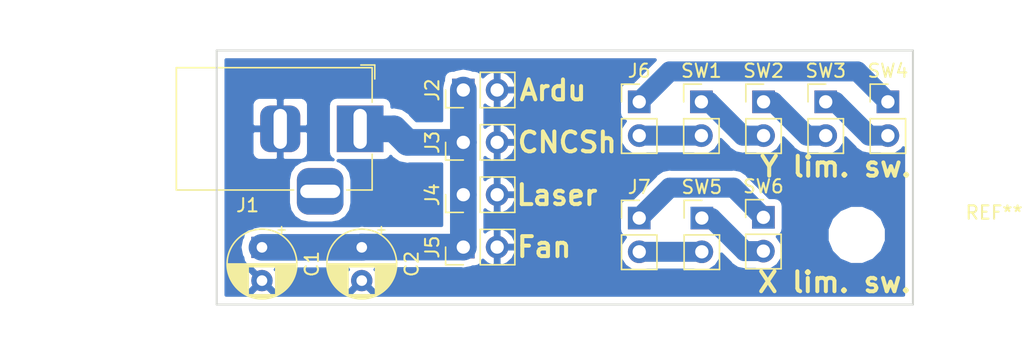
<source format=kicad_pcb>
(kicad_pcb (version 20171130) (host pcbnew "(5.0.2)-1")

  (general
    (thickness 1.6)
    (drawings 13)
    (tracks 33)
    (zones 0)
    (modules 16)
    (nets 11)
  )

  (page A4)
  (layers
    (0 F.Cu signal)
    (31 B.Cu signal)
    (32 B.Adhes user)
    (33 F.Adhes user)
    (34 B.Paste user)
    (35 F.Paste user)
    (36 B.SilkS user)
    (37 F.SilkS user)
    (38 B.Mask user)
    (39 F.Mask user)
    (40 Dwgs.User user)
    (41 Cmts.User user)
    (42 Eco1.User user)
    (43 Eco2.User user)
    (44 Edge.Cuts user)
    (45 Margin user)
    (46 B.CrtYd user)
    (47 F.CrtYd user)
    (48 B.Fab user)
    (49 F.Fab user)
  )

  (setup
    (last_trace_width 1.5)
    (trace_clearance 0.5)
    (zone_clearance 0.508)
    (zone_45_only no)
    (trace_min 0.2)
    (segment_width 0.2)
    (edge_width 0.15)
    (via_size 0.8)
    (via_drill 0.4)
    (via_min_size 0.4)
    (via_min_drill 0.3)
    (uvia_size 0.3)
    (uvia_drill 0.1)
    (uvias_allowed no)
    (uvia_min_size 0.2)
    (uvia_min_drill 0.1)
    (pcb_text_width 0.3)
    (pcb_text_size 1.5 1.5)
    (mod_edge_width 0.15)
    (mod_text_size 1 1)
    (mod_text_width 0.15)
    (pad_size 1.524 1.524)
    (pad_drill 0.762)
    (pad_to_mask_clearance 0.051)
    (solder_mask_min_width 0.25)
    (aux_axis_origin 0 0)
    (visible_elements FFFFFF7F)
    (pcbplotparams
      (layerselection 0x010fc_ffffffff)
      (usegerberextensions false)
      (usegerberattributes false)
      (usegerberadvancedattributes false)
      (creategerberjobfile false)
      (excludeedgelayer true)
      (linewidth 0.100000)
      (plotframeref false)
      (viasonmask false)
      (mode 1)
      (useauxorigin false)
      (hpglpennumber 1)
      (hpglpenspeed 20)
      (hpglpendiameter 15.000000)
      (psnegative false)
      (psa4output false)
      (plotreference true)
      (plotvalue true)
      (plotinvisibletext false)
      (padsonsilk false)
      (subtractmaskfromsilk false)
      (outputformat 1)
      (mirror false)
      (drillshape 1)
      (scaleselection 1)
      (outputdirectory ""))
  )

  (net 0 "")
  (net 1 +12V)
  (net 2 GND)
  (net 3 Y_lim+)
  (net 4 Y_lim-)
  (net 5 X_lim-)
  (net 6 X_lim+)
  (net 7 "Net-(SW1-Pad1)")
  (net 8 "Net-(SW2-Pad1)")
  (net 9 "Net-(SW3-Pad1)")
  (net 10 "Net-(SW5-Pad1)")

  (net_class Default "This is the default net class."
    (clearance 0.5)
    (trace_width 1.5)
    (via_dia 0.8)
    (via_drill 0.4)
    (uvia_dia 0.3)
    (uvia_drill 0.1)
    (add_net +12V)
    (add_net GND)
    (add_net "Net-(SW1-Pad1)")
    (add_net "Net-(SW2-Pad1)")
    (add_net "Net-(SW3-Pad1)")
    (add_net "Net-(SW5-Pad1)")
    (add_net X_lim+)
    (add_net X_lim-)
    (add_net Y_lim+)
    (add_net Y_lim-)
  )

  (module Capacitor_THT:CP_Radial_D5.0mm_P2.50mm (layer F.Cu) (tedit 5AE50EF0) (tstamp 5E91B56C)
    (at 95.243832 109.240742 270)
    (descr "CP, Radial series, Radial, pin pitch=2.50mm, , diameter=5mm, Electrolytic Capacitor")
    (tags "CP Radial series Radial pin pitch 2.50mm  diameter 5mm Electrolytic Capacitor")
    (path /5E838A73)
    (fp_text reference C1 (at 1.25 -3.75 270) (layer F.SilkS)
      (effects (font (size 1 1) (thickness 0.15)))
    )
    (fp_text value CP (at 1.25 3.75 270) (layer F.Fab)
      (effects (font (size 1 1) (thickness 0.15)))
    )
    (fp_circle (center 1.25 0) (end 3.75 0) (layer F.Fab) (width 0.1))
    (fp_circle (center 1.25 0) (end 3.87 0) (layer F.SilkS) (width 0.12))
    (fp_circle (center 1.25 0) (end 4 0) (layer F.CrtYd) (width 0.05))
    (fp_line (start -0.883605 -1.0875) (end -0.383605 -1.0875) (layer F.Fab) (width 0.1))
    (fp_line (start -0.633605 -1.3375) (end -0.633605 -0.8375) (layer F.Fab) (width 0.1))
    (fp_line (start 1.25 -2.58) (end 1.25 2.58) (layer F.SilkS) (width 0.12))
    (fp_line (start 1.29 -2.58) (end 1.29 2.58) (layer F.SilkS) (width 0.12))
    (fp_line (start 1.33 -2.579) (end 1.33 2.579) (layer F.SilkS) (width 0.12))
    (fp_line (start 1.37 -2.578) (end 1.37 2.578) (layer F.SilkS) (width 0.12))
    (fp_line (start 1.41 -2.576) (end 1.41 2.576) (layer F.SilkS) (width 0.12))
    (fp_line (start 1.45 -2.573) (end 1.45 2.573) (layer F.SilkS) (width 0.12))
    (fp_line (start 1.49 -2.569) (end 1.49 -1.04) (layer F.SilkS) (width 0.12))
    (fp_line (start 1.49 1.04) (end 1.49 2.569) (layer F.SilkS) (width 0.12))
    (fp_line (start 1.53 -2.565) (end 1.53 -1.04) (layer F.SilkS) (width 0.12))
    (fp_line (start 1.53 1.04) (end 1.53 2.565) (layer F.SilkS) (width 0.12))
    (fp_line (start 1.57 -2.561) (end 1.57 -1.04) (layer F.SilkS) (width 0.12))
    (fp_line (start 1.57 1.04) (end 1.57 2.561) (layer F.SilkS) (width 0.12))
    (fp_line (start 1.61 -2.556) (end 1.61 -1.04) (layer F.SilkS) (width 0.12))
    (fp_line (start 1.61 1.04) (end 1.61 2.556) (layer F.SilkS) (width 0.12))
    (fp_line (start 1.65 -2.55) (end 1.65 -1.04) (layer F.SilkS) (width 0.12))
    (fp_line (start 1.65 1.04) (end 1.65 2.55) (layer F.SilkS) (width 0.12))
    (fp_line (start 1.69 -2.543) (end 1.69 -1.04) (layer F.SilkS) (width 0.12))
    (fp_line (start 1.69 1.04) (end 1.69 2.543) (layer F.SilkS) (width 0.12))
    (fp_line (start 1.73 -2.536) (end 1.73 -1.04) (layer F.SilkS) (width 0.12))
    (fp_line (start 1.73 1.04) (end 1.73 2.536) (layer F.SilkS) (width 0.12))
    (fp_line (start 1.77 -2.528) (end 1.77 -1.04) (layer F.SilkS) (width 0.12))
    (fp_line (start 1.77 1.04) (end 1.77 2.528) (layer F.SilkS) (width 0.12))
    (fp_line (start 1.81 -2.52) (end 1.81 -1.04) (layer F.SilkS) (width 0.12))
    (fp_line (start 1.81 1.04) (end 1.81 2.52) (layer F.SilkS) (width 0.12))
    (fp_line (start 1.85 -2.511) (end 1.85 -1.04) (layer F.SilkS) (width 0.12))
    (fp_line (start 1.85 1.04) (end 1.85 2.511) (layer F.SilkS) (width 0.12))
    (fp_line (start 1.89 -2.501) (end 1.89 -1.04) (layer F.SilkS) (width 0.12))
    (fp_line (start 1.89 1.04) (end 1.89 2.501) (layer F.SilkS) (width 0.12))
    (fp_line (start 1.93 -2.491) (end 1.93 -1.04) (layer F.SilkS) (width 0.12))
    (fp_line (start 1.93 1.04) (end 1.93 2.491) (layer F.SilkS) (width 0.12))
    (fp_line (start 1.971 -2.48) (end 1.971 -1.04) (layer F.SilkS) (width 0.12))
    (fp_line (start 1.971 1.04) (end 1.971 2.48) (layer F.SilkS) (width 0.12))
    (fp_line (start 2.011 -2.468) (end 2.011 -1.04) (layer F.SilkS) (width 0.12))
    (fp_line (start 2.011 1.04) (end 2.011 2.468) (layer F.SilkS) (width 0.12))
    (fp_line (start 2.051 -2.455) (end 2.051 -1.04) (layer F.SilkS) (width 0.12))
    (fp_line (start 2.051 1.04) (end 2.051 2.455) (layer F.SilkS) (width 0.12))
    (fp_line (start 2.091 -2.442) (end 2.091 -1.04) (layer F.SilkS) (width 0.12))
    (fp_line (start 2.091 1.04) (end 2.091 2.442) (layer F.SilkS) (width 0.12))
    (fp_line (start 2.131 -2.428) (end 2.131 -1.04) (layer F.SilkS) (width 0.12))
    (fp_line (start 2.131 1.04) (end 2.131 2.428) (layer F.SilkS) (width 0.12))
    (fp_line (start 2.171 -2.414) (end 2.171 -1.04) (layer F.SilkS) (width 0.12))
    (fp_line (start 2.171 1.04) (end 2.171 2.414) (layer F.SilkS) (width 0.12))
    (fp_line (start 2.211 -2.398) (end 2.211 -1.04) (layer F.SilkS) (width 0.12))
    (fp_line (start 2.211 1.04) (end 2.211 2.398) (layer F.SilkS) (width 0.12))
    (fp_line (start 2.251 -2.382) (end 2.251 -1.04) (layer F.SilkS) (width 0.12))
    (fp_line (start 2.251 1.04) (end 2.251 2.382) (layer F.SilkS) (width 0.12))
    (fp_line (start 2.291 -2.365) (end 2.291 -1.04) (layer F.SilkS) (width 0.12))
    (fp_line (start 2.291 1.04) (end 2.291 2.365) (layer F.SilkS) (width 0.12))
    (fp_line (start 2.331 -2.348) (end 2.331 -1.04) (layer F.SilkS) (width 0.12))
    (fp_line (start 2.331 1.04) (end 2.331 2.348) (layer F.SilkS) (width 0.12))
    (fp_line (start 2.371 -2.329) (end 2.371 -1.04) (layer F.SilkS) (width 0.12))
    (fp_line (start 2.371 1.04) (end 2.371 2.329) (layer F.SilkS) (width 0.12))
    (fp_line (start 2.411 -2.31) (end 2.411 -1.04) (layer F.SilkS) (width 0.12))
    (fp_line (start 2.411 1.04) (end 2.411 2.31) (layer F.SilkS) (width 0.12))
    (fp_line (start 2.451 -2.29) (end 2.451 -1.04) (layer F.SilkS) (width 0.12))
    (fp_line (start 2.451 1.04) (end 2.451 2.29) (layer F.SilkS) (width 0.12))
    (fp_line (start 2.491 -2.268) (end 2.491 -1.04) (layer F.SilkS) (width 0.12))
    (fp_line (start 2.491 1.04) (end 2.491 2.268) (layer F.SilkS) (width 0.12))
    (fp_line (start 2.531 -2.247) (end 2.531 -1.04) (layer F.SilkS) (width 0.12))
    (fp_line (start 2.531 1.04) (end 2.531 2.247) (layer F.SilkS) (width 0.12))
    (fp_line (start 2.571 -2.224) (end 2.571 -1.04) (layer F.SilkS) (width 0.12))
    (fp_line (start 2.571 1.04) (end 2.571 2.224) (layer F.SilkS) (width 0.12))
    (fp_line (start 2.611 -2.2) (end 2.611 -1.04) (layer F.SilkS) (width 0.12))
    (fp_line (start 2.611 1.04) (end 2.611 2.2) (layer F.SilkS) (width 0.12))
    (fp_line (start 2.651 -2.175) (end 2.651 -1.04) (layer F.SilkS) (width 0.12))
    (fp_line (start 2.651 1.04) (end 2.651 2.175) (layer F.SilkS) (width 0.12))
    (fp_line (start 2.691 -2.149) (end 2.691 -1.04) (layer F.SilkS) (width 0.12))
    (fp_line (start 2.691 1.04) (end 2.691 2.149) (layer F.SilkS) (width 0.12))
    (fp_line (start 2.731 -2.122) (end 2.731 -1.04) (layer F.SilkS) (width 0.12))
    (fp_line (start 2.731 1.04) (end 2.731 2.122) (layer F.SilkS) (width 0.12))
    (fp_line (start 2.771 -2.095) (end 2.771 -1.04) (layer F.SilkS) (width 0.12))
    (fp_line (start 2.771 1.04) (end 2.771 2.095) (layer F.SilkS) (width 0.12))
    (fp_line (start 2.811 -2.065) (end 2.811 -1.04) (layer F.SilkS) (width 0.12))
    (fp_line (start 2.811 1.04) (end 2.811 2.065) (layer F.SilkS) (width 0.12))
    (fp_line (start 2.851 -2.035) (end 2.851 -1.04) (layer F.SilkS) (width 0.12))
    (fp_line (start 2.851 1.04) (end 2.851 2.035) (layer F.SilkS) (width 0.12))
    (fp_line (start 2.891 -2.004) (end 2.891 -1.04) (layer F.SilkS) (width 0.12))
    (fp_line (start 2.891 1.04) (end 2.891 2.004) (layer F.SilkS) (width 0.12))
    (fp_line (start 2.931 -1.971) (end 2.931 -1.04) (layer F.SilkS) (width 0.12))
    (fp_line (start 2.931 1.04) (end 2.931 1.971) (layer F.SilkS) (width 0.12))
    (fp_line (start 2.971 -1.937) (end 2.971 -1.04) (layer F.SilkS) (width 0.12))
    (fp_line (start 2.971 1.04) (end 2.971 1.937) (layer F.SilkS) (width 0.12))
    (fp_line (start 3.011 -1.901) (end 3.011 -1.04) (layer F.SilkS) (width 0.12))
    (fp_line (start 3.011 1.04) (end 3.011 1.901) (layer F.SilkS) (width 0.12))
    (fp_line (start 3.051 -1.864) (end 3.051 -1.04) (layer F.SilkS) (width 0.12))
    (fp_line (start 3.051 1.04) (end 3.051 1.864) (layer F.SilkS) (width 0.12))
    (fp_line (start 3.091 -1.826) (end 3.091 -1.04) (layer F.SilkS) (width 0.12))
    (fp_line (start 3.091 1.04) (end 3.091 1.826) (layer F.SilkS) (width 0.12))
    (fp_line (start 3.131 -1.785) (end 3.131 -1.04) (layer F.SilkS) (width 0.12))
    (fp_line (start 3.131 1.04) (end 3.131 1.785) (layer F.SilkS) (width 0.12))
    (fp_line (start 3.171 -1.743) (end 3.171 -1.04) (layer F.SilkS) (width 0.12))
    (fp_line (start 3.171 1.04) (end 3.171 1.743) (layer F.SilkS) (width 0.12))
    (fp_line (start 3.211 -1.699) (end 3.211 -1.04) (layer F.SilkS) (width 0.12))
    (fp_line (start 3.211 1.04) (end 3.211 1.699) (layer F.SilkS) (width 0.12))
    (fp_line (start 3.251 -1.653) (end 3.251 -1.04) (layer F.SilkS) (width 0.12))
    (fp_line (start 3.251 1.04) (end 3.251 1.653) (layer F.SilkS) (width 0.12))
    (fp_line (start 3.291 -1.605) (end 3.291 -1.04) (layer F.SilkS) (width 0.12))
    (fp_line (start 3.291 1.04) (end 3.291 1.605) (layer F.SilkS) (width 0.12))
    (fp_line (start 3.331 -1.554) (end 3.331 -1.04) (layer F.SilkS) (width 0.12))
    (fp_line (start 3.331 1.04) (end 3.331 1.554) (layer F.SilkS) (width 0.12))
    (fp_line (start 3.371 -1.5) (end 3.371 -1.04) (layer F.SilkS) (width 0.12))
    (fp_line (start 3.371 1.04) (end 3.371 1.5) (layer F.SilkS) (width 0.12))
    (fp_line (start 3.411 -1.443) (end 3.411 -1.04) (layer F.SilkS) (width 0.12))
    (fp_line (start 3.411 1.04) (end 3.411 1.443) (layer F.SilkS) (width 0.12))
    (fp_line (start 3.451 -1.383) (end 3.451 -1.04) (layer F.SilkS) (width 0.12))
    (fp_line (start 3.451 1.04) (end 3.451 1.383) (layer F.SilkS) (width 0.12))
    (fp_line (start 3.491 -1.319) (end 3.491 -1.04) (layer F.SilkS) (width 0.12))
    (fp_line (start 3.491 1.04) (end 3.491 1.319) (layer F.SilkS) (width 0.12))
    (fp_line (start 3.531 -1.251) (end 3.531 -1.04) (layer F.SilkS) (width 0.12))
    (fp_line (start 3.531 1.04) (end 3.531 1.251) (layer F.SilkS) (width 0.12))
    (fp_line (start 3.571 -1.178) (end 3.571 1.178) (layer F.SilkS) (width 0.12))
    (fp_line (start 3.611 -1.098) (end 3.611 1.098) (layer F.SilkS) (width 0.12))
    (fp_line (start 3.651 -1.011) (end 3.651 1.011) (layer F.SilkS) (width 0.12))
    (fp_line (start 3.691 -0.915) (end 3.691 0.915) (layer F.SilkS) (width 0.12))
    (fp_line (start 3.731 -0.805) (end 3.731 0.805) (layer F.SilkS) (width 0.12))
    (fp_line (start 3.771 -0.677) (end 3.771 0.677) (layer F.SilkS) (width 0.12))
    (fp_line (start 3.811 -0.518) (end 3.811 0.518) (layer F.SilkS) (width 0.12))
    (fp_line (start 3.851 -0.284) (end 3.851 0.284) (layer F.SilkS) (width 0.12))
    (fp_line (start -1.554775 -1.475) (end -1.054775 -1.475) (layer F.SilkS) (width 0.12))
    (fp_line (start -1.304775 -1.725) (end -1.304775 -1.225) (layer F.SilkS) (width 0.12))
    (fp_text user %R (at 1.25 0 270) (layer F.Fab)
      (effects (font (size 1 1) (thickness 0.15)))
    )
    (pad 1 thru_hole rect (at 0 0 270) (size 1.6 1.6) (drill 0.8) (layers *.Cu *.Mask)
      (net 1 +12V))
    (pad 2 thru_hole circle (at 2.5 0 270) (size 1.6 1.6) (drill 0.8) (layers *.Cu *.Mask)
      (net 2 GND))
    (model ${KISYS3DMOD}/Capacitor_THT.3dshapes/CP_Radial_D5.0mm_P2.50mm.wrl
      (at (xyz 0 0 0))
      (scale (xyz 1 1 1))
      (rotate (xyz 0 0 0))
    )
  )

  (module Capacitor_THT:CP_Radial_D5.0mm_P2.50mm (layer F.Cu) (tedit 5AE50EF0) (tstamp 5E91B5F0)
    (at 102.736832 109.240742 270)
    (descr "CP, Radial series, Radial, pin pitch=2.50mm, , diameter=5mm, Electrolytic Capacitor")
    (tags "CP Radial series Radial pin pitch 2.50mm  diameter 5mm Electrolytic Capacitor")
    (path /5E838AA5)
    (fp_text reference C2 (at 1.25 -3.75 270) (layer F.SilkS)
      (effects (font (size 1 1) (thickness 0.15)))
    )
    (fp_text value CP (at 1.25 3.75 270) (layer F.Fab)
      (effects (font (size 1 1) (thickness 0.15)))
    )
    (fp_text user %R (at 1.25 0 270) (layer F.Fab)
      (effects (font (size 1 1) (thickness 0.15)))
    )
    (fp_line (start -1.304775 -1.725) (end -1.304775 -1.225) (layer F.SilkS) (width 0.12))
    (fp_line (start -1.554775 -1.475) (end -1.054775 -1.475) (layer F.SilkS) (width 0.12))
    (fp_line (start 3.851 -0.284) (end 3.851 0.284) (layer F.SilkS) (width 0.12))
    (fp_line (start 3.811 -0.518) (end 3.811 0.518) (layer F.SilkS) (width 0.12))
    (fp_line (start 3.771 -0.677) (end 3.771 0.677) (layer F.SilkS) (width 0.12))
    (fp_line (start 3.731 -0.805) (end 3.731 0.805) (layer F.SilkS) (width 0.12))
    (fp_line (start 3.691 -0.915) (end 3.691 0.915) (layer F.SilkS) (width 0.12))
    (fp_line (start 3.651 -1.011) (end 3.651 1.011) (layer F.SilkS) (width 0.12))
    (fp_line (start 3.611 -1.098) (end 3.611 1.098) (layer F.SilkS) (width 0.12))
    (fp_line (start 3.571 -1.178) (end 3.571 1.178) (layer F.SilkS) (width 0.12))
    (fp_line (start 3.531 1.04) (end 3.531 1.251) (layer F.SilkS) (width 0.12))
    (fp_line (start 3.531 -1.251) (end 3.531 -1.04) (layer F.SilkS) (width 0.12))
    (fp_line (start 3.491 1.04) (end 3.491 1.319) (layer F.SilkS) (width 0.12))
    (fp_line (start 3.491 -1.319) (end 3.491 -1.04) (layer F.SilkS) (width 0.12))
    (fp_line (start 3.451 1.04) (end 3.451 1.383) (layer F.SilkS) (width 0.12))
    (fp_line (start 3.451 -1.383) (end 3.451 -1.04) (layer F.SilkS) (width 0.12))
    (fp_line (start 3.411 1.04) (end 3.411 1.443) (layer F.SilkS) (width 0.12))
    (fp_line (start 3.411 -1.443) (end 3.411 -1.04) (layer F.SilkS) (width 0.12))
    (fp_line (start 3.371 1.04) (end 3.371 1.5) (layer F.SilkS) (width 0.12))
    (fp_line (start 3.371 -1.5) (end 3.371 -1.04) (layer F.SilkS) (width 0.12))
    (fp_line (start 3.331 1.04) (end 3.331 1.554) (layer F.SilkS) (width 0.12))
    (fp_line (start 3.331 -1.554) (end 3.331 -1.04) (layer F.SilkS) (width 0.12))
    (fp_line (start 3.291 1.04) (end 3.291 1.605) (layer F.SilkS) (width 0.12))
    (fp_line (start 3.291 -1.605) (end 3.291 -1.04) (layer F.SilkS) (width 0.12))
    (fp_line (start 3.251 1.04) (end 3.251 1.653) (layer F.SilkS) (width 0.12))
    (fp_line (start 3.251 -1.653) (end 3.251 -1.04) (layer F.SilkS) (width 0.12))
    (fp_line (start 3.211 1.04) (end 3.211 1.699) (layer F.SilkS) (width 0.12))
    (fp_line (start 3.211 -1.699) (end 3.211 -1.04) (layer F.SilkS) (width 0.12))
    (fp_line (start 3.171 1.04) (end 3.171 1.743) (layer F.SilkS) (width 0.12))
    (fp_line (start 3.171 -1.743) (end 3.171 -1.04) (layer F.SilkS) (width 0.12))
    (fp_line (start 3.131 1.04) (end 3.131 1.785) (layer F.SilkS) (width 0.12))
    (fp_line (start 3.131 -1.785) (end 3.131 -1.04) (layer F.SilkS) (width 0.12))
    (fp_line (start 3.091 1.04) (end 3.091 1.826) (layer F.SilkS) (width 0.12))
    (fp_line (start 3.091 -1.826) (end 3.091 -1.04) (layer F.SilkS) (width 0.12))
    (fp_line (start 3.051 1.04) (end 3.051 1.864) (layer F.SilkS) (width 0.12))
    (fp_line (start 3.051 -1.864) (end 3.051 -1.04) (layer F.SilkS) (width 0.12))
    (fp_line (start 3.011 1.04) (end 3.011 1.901) (layer F.SilkS) (width 0.12))
    (fp_line (start 3.011 -1.901) (end 3.011 -1.04) (layer F.SilkS) (width 0.12))
    (fp_line (start 2.971 1.04) (end 2.971 1.937) (layer F.SilkS) (width 0.12))
    (fp_line (start 2.971 -1.937) (end 2.971 -1.04) (layer F.SilkS) (width 0.12))
    (fp_line (start 2.931 1.04) (end 2.931 1.971) (layer F.SilkS) (width 0.12))
    (fp_line (start 2.931 -1.971) (end 2.931 -1.04) (layer F.SilkS) (width 0.12))
    (fp_line (start 2.891 1.04) (end 2.891 2.004) (layer F.SilkS) (width 0.12))
    (fp_line (start 2.891 -2.004) (end 2.891 -1.04) (layer F.SilkS) (width 0.12))
    (fp_line (start 2.851 1.04) (end 2.851 2.035) (layer F.SilkS) (width 0.12))
    (fp_line (start 2.851 -2.035) (end 2.851 -1.04) (layer F.SilkS) (width 0.12))
    (fp_line (start 2.811 1.04) (end 2.811 2.065) (layer F.SilkS) (width 0.12))
    (fp_line (start 2.811 -2.065) (end 2.811 -1.04) (layer F.SilkS) (width 0.12))
    (fp_line (start 2.771 1.04) (end 2.771 2.095) (layer F.SilkS) (width 0.12))
    (fp_line (start 2.771 -2.095) (end 2.771 -1.04) (layer F.SilkS) (width 0.12))
    (fp_line (start 2.731 1.04) (end 2.731 2.122) (layer F.SilkS) (width 0.12))
    (fp_line (start 2.731 -2.122) (end 2.731 -1.04) (layer F.SilkS) (width 0.12))
    (fp_line (start 2.691 1.04) (end 2.691 2.149) (layer F.SilkS) (width 0.12))
    (fp_line (start 2.691 -2.149) (end 2.691 -1.04) (layer F.SilkS) (width 0.12))
    (fp_line (start 2.651 1.04) (end 2.651 2.175) (layer F.SilkS) (width 0.12))
    (fp_line (start 2.651 -2.175) (end 2.651 -1.04) (layer F.SilkS) (width 0.12))
    (fp_line (start 2.611 1.04) (end 2.611 2.2) (layer F.SilkS) (width 0.12))
    (fp_line (start 2.611 -2.2) (end 2.611 -1.04) (layer F.SilkS) (width 0.12))
    (fp_line (start 2.571 1.04) (end 2.571 2.224) (layer F.SilkS) (width 0.12))
    (fp_line (start 2.571 -2.224) (end 2.571 -1.04) (layer F.SilkS) (width 0.12))
    (fp_line (start 2.531 1.04) (end 2.531 2.247) (layer F.SilkS) (width 0.12))
    (fp_line (start 2.531 -2.247) (end 2.531 -1.04) (layer F.SilkS) (width 0.12))
    (fp_line (start 2.491 1.04) (end 2.491 2.268) (layer F.SilkS) (width 0.12))
    (fp_line (start 2.491 -2.268) (end 2.491 -1.04) (layer F.SilkS) (width 0.12))
    (fp_line (start 2.451 1.04) (end 2.451 2.29) (layer F.SilkS) (width 0.12))
    (fp_line (start 2.451 -2.29) (end 2.451 -1.04) (layer F.SilkS) (width 0.12))
    (fp_line (start 2.411 1.04) (end 2.411 2.31) (layer F.SilkS) (width 0.12))
    (fp_line (start 2.411 -2.31) (end 2.411 -1.04) (layer F.SilkS) (width 0.12))
    (fp_line (start 2.371 1.04) (end 2.371 2.329) (layer F.SilkS) (width 0.12))
    (fp_line (start 2.371 -2.329) (end 2.371 -1.04) (layer F.SilkS) (width 0.12))
    (fp_line (start 2.331 1.04) (end 2.331 2.348) (layer F.SilkS) (width 0.12))
    (fp_line (start 2.331 -2.348) (end 2.331 -1.04) (layer F.SilkS) (width 0.12))
    (fp_line (start 2.291 1.04) (end 2.291 2.365) (layer F.SilkS) (width 0.12))
    (fp_line (start 2.291 -2.365) (end 2.291 -1.04) (layer F.SilkS) (width 0.12))
    (fp_line (start 2.251 1.04) (end 2.251 2.382) (layer F.SilkS) (width 0.12))
    (fp_line (start 2.251 -2.382) (end 2.251 -1.04) (layer F.SilkS) (width 0.12))
    (fp_line (start 2.211 1.04) (end 2.211 2.398) (layer F.SilkS) (width 0.12))
    (fp_line (start 2.211 -2.398) (end 2.211 -1.04) (layer F.SilkS) (width 0.12))
    (fp_line (start 2.171 1.04) (end 2.171 2.414) (layer F.SilkS) (width 0.12))
    (fp_line (start 2.171 -2.414) (end 2.171 -1.04) (layer F.SilkS) (width 0.12))
    (fp_line (start 2.131 1.04) (end 2.131 2.428) (layer F.SilkS) (width 0.12))
    (fp_line (start 2.131 -2.428) (end 2.131 -1.04) (layer F.SilkS) (width 0.12))
    (fp_line (start 2.091 1.04) (end 2.091 2.442) (layer F.SilkS) (width 0.12))
    (fp_line (start 2.091 -2.442) (end 2.091 -1.04) (layer F.SilkS) (width 0.12))
    (fp_line (start 2.051 1.04) (end 2.051 2.455) (layer F.SilkS) (width 0.12))
    (fp_line (start 2.051 -2.455) (end 2.051 -1.04) (layer F.SilkS) (width 0.12))
    (fp_line (start 2.011 1.04) (end 2.011 2.468) (layer F.SilkS) (width 0.12))
    (fp_line (start 2.011 -2.468) (end 2.011 -1.04) (layer F.SilkS) (width 0.12))
    (fp_line (start 1.971 1.04) (end 1.971 2.48) (layer F.SilkS) (width 0.12))
    (fp_line (start 1.971 -2.48) (end 1.971 -1.04) (layer F.SilkS) (width 0.12))
    (fp_line (start 1.93 1.04) (end 1.93 2.491) (layer F.SilkS) (width 0.12))
    (fp_line (start 1.93 -2.491) (end 1.93 -1.04) (layer F.SilkS) (width 0.12))
    (fp_line (start 1.89 1.04) (end 1.89 2.501) (layer F.SilkS) (width 0.12))
    (fp_line (start 1.89 -2.501) (end 1.89 -1.04) (layer F.SilkS) (width 0.12))
    (fp_line (start 1.85 1.04) (end 1.85 2.511) (layer F.SilkS) (width 0.12))
    (fp_line (start 1.85 -2.511) (end 1.85 -1.04) (layer F.SilkS) (width 0.12))
    (fp_line (start 1.81 1.04) (end 1.81 2.52) (layer F.SilkS) (width 0.12))
    (fp_line (start 1.81 -2.52) (end 1.81 -1.04) (layer F.SilkS) (width 0.12))
    (fp_line (start 1.77 1.04) (end 1.77 2.528) (layer F.SilkS) (width 0.12))
    (fp_line (start 1.77 -2.528) (end 1.77 -1.04) (layer F.SilkS) (width 0.12))
    (fp_line (start 1.73 1.04) (end 1.73 2.536) (layer F.SilkS) (width 0.12))
    (fp_line (start 1.73 -2.536) (end 1.73 -1.04) (layer F.SilkS) (width 0.12))
    (fp_line (start 1.69 1.04) (end 1.69 2.543) (layer F.SilkS) (width 0.12))
    (fp_line (start 1.69 -2.543) (end 1.69 -1.04) (layer F.SilkS) (width 0.12))
    (fp_line (start 1.65 1.04) (end 1.65 2.55) (layer F.SilkS) (width 0.12))
    (fp_line (start 1.65 -2.55) (end 1.65 -1.04) (layer F.SilkS) (width 0.12))
    (fp_line (start 1.61 1.04) (end 1.61 2.556) (layer F.SilkS) (width 0.12))
    (fp_line (start 1.61 -2.556) (end 1.61 -1.04) (layer F.SilkS) (width 0.12))
    (fp_line (start 1.57 1.04) (end 1.57 2.561) (layer F.SilkS) (width 0.12))
    (fp_line (start 1.57 -2.561) (end 1.57 -1.04) (layer F.SilkS) (width 0.12))
    (fp_line (start 1.53 1.04) (end 1.53 2.565) (layer F.SilkS) (width 0.12))
    (fp_line (start 1.53 -2.565) (end 1.53 -1.04) (layer F.SilkS) (width 0.12))
    (fp_line (start 1.49 1.04) (end 1.49 2.569) (layer F.SilkS) (width 0.12))
    (fp_line (start 1.49 -2.569) (end 1.49 -1.04) (layer F.SilkS) (width 0.12))
    (fp_line (start 1.45 -2.573) (end 1.45 2.573) (layer F.SilkS) (width 0.12))
    (fp_line (start 1.41 -2.576) (end 1.41 2.576) (layer F.SilkS) (width 0.12))
    (fp_line (start 1.37 -2.578) (end 1.37 2.578) (layer F.SilkS) (width 0.12))
    (fp_line (start 1.33 -2.579) (end 1.33 2.579) (layer F.SilkS) (width 0.12))
    (fp_line (start 1.29 -2.58) (end 1.29 2.58) (layer F.SilkS) (width 0.12))
    (fp_line (start 1.25 -2.58) (end 1.25 2.58) (layer F.SilkS) (width 0.12))
    (fp_line (start -0.633605 -1.3375) (end -0.633605 -0.8375) (layer F.Fab) (width 0.1))
    (fp_line (start -0.883605 -1.0875) (end -0.383605 -1.0875) (layer F.Fab) (width 0.1))
    (fp_circle (center 1.25 0) (end 4 0) (layer F.CrtYd) (width 0.05))
    (fp_circle (center 1.25 0) (end 3.87 0) (layer F.SilkS) (width 0.12))
    (fp_circle (center 1.25 0) (end 3.75 0) (layer F.Fab) (width 0.1))
    (pad 2 thru_hole circle (at 2.5 0 270) (size 1.6 1.6) (drill 0.8) (layers *.Cu *.Mask)
      (net 2 GND))
    (pad 1 thru_hole rect (at 0 0 270) (size 1.6 1.6) (drill 0.8) (layers *.Cu *.Mask)
      (net 1 +12V))
    (model ${KISYS3DMOD}/Capacitor_THT.3dshapes/CP_Radial_D5.0mm_P2.50mm.wrl
      (at (xyz 0 0 0))
      (scale (xyz 1 1 1))
      (rotate (xyz 0 0 0))
    )
  )

  (module Connector_BarrelJack:BarrelJack_Horizontal (layer F.Cu) (tedit 5A1DBF6A) (tstamp 5E91B613)
    (at 102.616 100.33)
    (descr "DC Barrel Jack")
    (tags "Power Jack")
    (path /5E8386DA)
    (fp_text reference J1 (at -8.45 5.75) (layer F.SilkS)
      (effects (font (size 1 1) (thickness 0.15)))
    )
    (fp_text value Barrel_Jack_MountingPin (at -6.2 -5.5) (layer F.Fab)
      (effects (font (size 1 1) (thickness 0.15)))
    )
    (fp_text user %R (at -3 -2.95) (layer F.Fab)
      (effects (font (size 1 1) (thickness 0.15)))
    )
    (fp_line (start -0.003213 -4.505425) (end 0.8 -3.75) (layer F.Fab) (width 0.1))
    (fp_line (start 1.1 -3.75) (end 1.1 -4.8) (layer F.SilkS) (width 0.12))
    (fp_line (start 0.05 -4.8) (end 1.1 -4.8) (layer F.SilkS) (width 0.12))
    (fp_line (start 1 -4.5) (end 1 -4.75) (layer F.CrtYd) (width 0.05))
    (fp_line (start 1 -4.75) (end -14 -4.75) (layer F.CrtYd) (width 0.05))
    (fp_line (start 1 -4.5) (end 1 -2) (layer F.CrtYd) (width 0.05))
    (fp_line (start 1 -2) (end 2 -2) (layer F.CrtYd) (width 0.05))
    (fp_line (start 2 -2) (end 2 2) (layer F.CrtYd) (width 0.05))
    (fp_line (start 2 2) (end 1 2) (layer F.CrtYd) (width 0.05))
    (fp_line (start 1 2) (end 1 4.75) (layer F.CrtYd) (width 0.05))
    (fp_line (start 1 4.75) (end -1 4.75) (layer F.CrtYd) (width 0.05))
    (fp_line (start -1 4.75) (end -1 6.75) (layer F.CrtYd) (width 0.05))
    (fp_line (start -1 6.75) (end -5 6.75) (layer F.CrtYd) (width 0.05))
    (fp_line (start -5 6.75) (end -5 4.75) (layer F.CrtYd) (width 0.05))
    (fp_line (start -5 4.75) (end -14 4.75) (layer F.CrtYd) (width 0.05))
    (fp_line (start -14 4.75) (end -14 -4.75) (layer F.CrtYd) (width 0.05))
    (fp_line (start -5 4.6) (end -13.8 4.6) (layer F.SilkS) (width 0.12))
    (fp_line (start -13.8 4.6) (end -13.8 -4.6) (layer F.SilkS) (width 0.12))
    (fp_line (start 0.9 1.9) (end 0.9 4.6) (layer F.SilkS) (width 0.12))
    (fp_line (start 0.9 4.6) (end -1 4.6) (layer F.SilkS) (width 0.12))
    (fp_line (start -13.8 -4.6) (end 0.9 -4.6) (layer F.SilkS) (width 0.12))
    (fp_line (start 0.9 -4.6) (end 0.9 -2) (layer F.SilkS) (width 0.12))
    (fp_line (start -10.2 -4.5) (end -10.2 4.5) (layer F.Fab) (width 0.1))
    (fp_line (start -13.7 -4.5) (end -13.7 4.5) (layer F.Fab) (width 0.1))
    (fp_line (start -13.7 4.5) (end 0.8 4.5) (layer F.Fab) (width 0.1))
    (fp_line (start 0.8 4.5) (end 0.8 -3.75) (layer F.Fab) (width 0.1))
    (fp_line (start 0 -4.5) (end -13.7 -4.5) (layer F.Fab) (width 0.1))
    (pad 1 thru_hole rect (at 0 0) (size 3.5 3.5) (drill oval 1 3) (layers *.Cu *.Mask)
      (net 1 +12V))
    (pad 2 thru_hole roundrect (at -6 0) (size 3 3.5) (drill oval 1 3) (layers *.Cu *.Mask) (roundrect_rratio 0.25)
      (net 2 GND))
    (pad 3 thru_hole roundrect (at -3 4.7) (size 3.5 3.5) (drill oval 3 1) (layers *.Cu *.Mask) (roundrect_rratio 0.25))
    (model ${KISYS3DMOD}/Connector_BarrelJack.3dshapes/BarrelJack_Horizontal.wrl
      (at (xyz 0 0 0))
      (scale (xyz 1 1 1))
      (rotate (xyz 0 0 0))
    )
  )

  (module Connector_PinHeader_2.54mm:PinHeader_1x02_P2.54mm_Vertical (layer F.Cu) (tedit 59FED5CC) (tstamp 5E91B629)
    (at 110.363 97.409 90)
    (descr "Through hole straight pin header, 1x02, 2.54mm pitch, single row")
    (tags "Through hole pin header THT 1x02 2.54mm single row")
    (path /5E838D49)
    (fp_text reference J2 (at 0 -2.33 90) (layer F.SilkS)
      (effects (font (size 1 1) (thickness 0.15)))
    )
    (fp_text value Conn_01x02_Male (at 0 4.87 90) (layer F.Fab)
      (effects (font (size 1 1) (thickness 0.15)))
    )
    (fp_line (start -0.635 -1.27) (end 1.27 -1.27) (layer F.Fab) (width 0.1))
    (fp_line (start 1.27 -1.27) (end 1.27 3.81) (layer F.Fab) (width 0.1))
    (fp_line (start 1.27 3.81) (end -1.27 3.81) (layer F.Fab) (width 0.1))
    (fp_line (start -1.27 3.81) (end -1.27 -0.635) (layer F.Fab) (width 0.1))
    (fp_line (start -1.27 -0.635) (end -0.635 -1.27) (layer F.Fab) (width 0.1))
    (fp_line (start -1.33 3.87) (end 1.33 3.87) (layer F.SilkS) (width 0.12))
    (fp_line (start -1.33 1.27) (end -1.33 3.87) (layer F.SilkS) (width 0.12))
    (fp_line (start 1.33 1.27) (end 1.33 3.87) (layer F.SilkS) (width 0.12))
    (fp_line (start -1.33 1.27) (end 1.33 1.27) (layer F.SilkS) (width 0.12))
    (fp_line (start -1.33 0) (end -1.33 -1.33) (layer F.SilkS) (width 0.12))
    (fp_line (start -1.33 -1.33) (end 0 -1.33) (layer F.SilkS) (width 0.12))
    (fp_line (start -1.8 -1.8) (end -1.8 4.35) (layer F.CrtYd) (width 0.05))
    (fp_line (start -1.8 4.35) (end 1.8 4.35) (layer F.CrtYd) (width 0.05))
    (fp_line (start 1.8 4.35) (end 1.8 -1.8) (layer F.CrtYd) (width 0.05))
    (fp_line (start 1.8 -1.8) (end -1.8 -1.8) (layer F.CrtYd) (width 0.05))
    (fp_text user %R (at 0 1.27 180) (layer F.Fab)
      (effects (font (size 1 1) (thickness 0.15)))
    )
    (pad 1 thru_hole rect (at 0 0 90) (size 1.7 1.7) (drill 1) (layers *.Cu *.Mask)
      (net 1 +12V))
    (pad 2 thru_hole oval (at 0 2.54 90) (size 1.7 1.7) (drill 1) (layers *.Cu *.Mask)
      (net 2 GND))
    (model ${KISYS3DMOD}/Connector_PinHeader_2.54mm.3dshapes/PinHeader_1x02_P2.54mm_Vertical.wrl
      (at (xyz 0 0 0))
      (scale (xyz 1 1 1))
      (rotate (xyz 0 0 0))
    )
  )

  (module Connector_PinHeader_2.54mm:PinHeader_1x02_P2.54mm_Vertical (layer F.Cu) (tedit 59FED5CC) (tstamp 5E91C81D)
    (at 110.363 101.346 90)
    (descr "Through hole straight pin header, 1x02, 2.54mm pitch, single row")
    (tags "Through hole pin header THT 1x02 2.54mm single row")
    (path /5E838F66)
    (fp_text reference J3 (at 0 -2.33 90) (layer F.SilkS)
      (effects (font (size 1 1) (thickness 0.15)))
    )
    (fp_text value Conn_01x02_Male (at 0 4.87 90) (layer F.Fab)
      (effects (font (size 1 1) (thickness 0.15)))
    )
    (fp_text user %R (at 0 1.27 180) (layer F.Fab)
      (effects (font (size 1 1) (thickness 0.15)))
    )
    (fp_line (start 1.8 -1.8) (end -1.8 -1.8) (layer F.CrtYd) (width 0.05))
    (fp_line (start 1.8 4.35) (end 1.8 -1.8) (layer F.CrtYd) (width 0.05))
    (fp_line (start -1.8 4.35) (end 1.8 4.35) (layer F.CrtYd) (width 0.05))
    (fp_line (start -1.8 -1.8) (end -1.8 4.35) (layer F.CrtYd) (width 0.05))
    (fp_line (start -1.33 -1.33) (end 0 -1.33) (layer F.SilkS) (width 0.12))
    (fp_line (start -1.33 0) (end -1.33 -1.33) (layer F.SilkS) (width 0.12))
    (fp_line (start -1.33 1.27) (end 1.33 1.27) (layer F.SilkS) (width 0.12))
    (fp_line (start 1.33 1.27) (end 1.33 3.87) (layer F.SilkS) (width 0.12))
    (fp_line (start -1.33 1.27) (end -1.33 3.87) (layer F.SilkS) (width 0.12))
    (fp_line (start -1.33 3.87) (end 1.33 3.87) (layer F.SilkS) (width 0.12))
    (fp_line (start -1.27 -0.635) (end -0.635 -1.27) (layer F.Fab) (width 0.1))
    (fp_line (start -1.27 3.81) (end -1.27 -0.635) (layer F.Fab) (width 0.1))
    (fp_line (start 1.27 3.81) (end -1.27 3.81) (layer F.Fab) (width 0.1))
    (fp_line (start 1.27 -1.27) (end 1.27 3.81) (layer F.Fab) (width 0.1))
    (fp_line (start -0.635 -1.27) (end 1.27 -1.27) (layer F.Fab) (width 0.1))
    (pad 2 thru_hole oval (at 0 2.54 90) (size 1.7 1.7) (drill 1) (layers *.Cu *.Mask)
      (net 2 GND))
    (pad 1 thru_hole rect (at 0 0 90) (size 1.7 1.7) (drill 1) (layers *.Cu *.Mask)
      (net 1 +12V))
    (model ${KISYS3DMOD}/Connector_PinHeader_2.54mm.3dshapes/PinHeader_1x02_P2.54mm_Vertical.wrl
      (at (xyz 0 0 0))
      (scale (xyz 1 1 1))
      (rotate (xyz 0 0 0))
    )
  )

  (module Connector_PinHeader_2.54mm:PinHeader_1x02_P2.54mm_Vertical (layer F.Cu) (tedit 59FED5CC) (tstamp 5E91B655)
    (at 110.363 105.283 90)
    (descr "Through hole straight pin header, 1x02, 2.54mm pitch, single row")
    (tags "Through hole pin header THT 1x02 2.54mm single row")
    (path /5E83902D)
    (fp_text reference J4 (at 0 -2.33 90) (layer F.SilkS)
      (effects (font (size 1 1) (thickness 0.15)))
    )
    (fp_text value Conn_01x02_Male (at 0 4.87 90) (layer F.Fab)
      (effects (font (size 1 1) (thickness 0.15)))
    )
    (fp_line (start -0.635 -1.27) (end 1.27 -1.27) (layer F.Fab) (width 0.1))
    (fp_line (start 1.27 -1.27) (end 1.27 3.81) (layer F.Fab) (width 0.1))
    (fp_line (start 1.27 3.81) (end -1.27 3.81) (layer F.Fab) (width 0.1))
    (fp_line (start -1.27 3.81) (end -1.27 -0.635) (layer F.Fab) (width 0.1))
    (fp_line (start -1.27 -0.635) (end -0.635 -1.27) (layer F.Fab) (width 0.1))
    (fp_line (start -1.33 3.87) (end 1.33 3.87) (layer F.SilkS) (width 0.12))
    (fp_line (start -1.33 1.27) (end -1.33 3.87) (layer F.SilkS) (width 0.12))
    (fp_line (start 1.33 1.27) (end 1.33 3.87) (layer F.SilkS) (width 0.12))
    (fp_line (start -1.33 1.27) (end 1.33 1.27) (layer F.SilkS) (width 0.12))
    (fp_line (start -1.33 0) (end -1.33 -1.33) (layer F.SilkS) (width 0.12))
    (fp_line (start -1.33 -1.33) (end 0 -1.33) (layer F.SilkS) (width 0.12))
    (fp_line (start -1.8 -1.8) (end -1.8 4.35) (layer F.CrtYd) (width 0.05))
    (fp_line (start -1.8 4.35) (end 1.8 4.35) (layer F.CrtYd) (width 0.05))
    (fp_line (start 1.8 4.35) (end 1.8 -1.8) (layer F.CrtYd) (width 0.05))
    (fp_line (start 1.8 -1.8) (end -1.8 -1.8) (layer F.CrtYd) (width 0.05))
    (fp_text user %R (at 0 1.27 180) (layer F.Fab)
      (effects (font (size 1 1) (thickness 0.15)))
    )
    (pad 1 thru_hole rect (at 0 0 90) (size 1.7 1.7) (drill 1) (layers *.Cu *.Mask)
      (net 1 +12V))
    (pad 2 thru_hole oval (at 0 2.54 90) (size 1.7 1.7) (drill 1) (layers *.Cu *.Mask)
      (net 2 GND))
    (model ${KISYS3DMOD}/Connector_PinHeader_2.54mm.3dshapes/PinHeader_1x02_P2.54mm_Vertical.wrl
      (at (xyz 0 0 0))
      (scale (xyz 1 1 1))
      (rotate (xyz 0 0 0))
    )
  )

  (module Connector_PinHeader_2.54mm:PinHeader_1x02_P2.54mm_Vertical (layer F.Cu) (tedit 59FED5CC) (tstamp 5E91B66B)
    (at 110.363 109.22 90)
    (descr "Through hole straight pin header, 1x02, 2.54mm pitch, single row")
    (tags "Through hole pin header THT 1x02 2.54mm single row")
    (path /5E83DA33)
    (fp_text reference J5 (at 0 -2.33 90) (layer F.SilkS)
      (effects (font (size 1 1) (thickness 0.15)))
    )
    (fp_text value Conn_01x02_Male (at 0 4.87 90) (layer F.Fab)
      (effects (font (size 1 1) (thickness 0.15)))
    )
    (fp_text user %R (at 0 1.27 180) (layer F.Fab)
      (effects (font (size 1 1) (thickness 0.15)))
    )
    (fp_line (start 1.8 -1.8) (end -1.8 -1.8) (layer F.CrtYd) (width 0.05))
    (fp_line (start 1.8 4.35) (end 1.8 -1.8) (layer F.CrtYd) (width 0.05))
    (fp_line (start -1.8 4.35) (end 1.8 4.35) (layer F.CrtYd) (width 0.05))
    (fp_line (start -1.8 -1.8) (end -1.8 4.35) (layer F.CrtYd) (width 0.05))
    (fp_line (start -1.33 -1.33) (end 0 -1.33) (layer F.SilkS) (width 0.12))
    (fp_line (start -1.33 0) (end -1.33 -1.33) (layer F.SilkS) (width 0.12))
    (fp_line (start -1.33 1.27) (end 1.33 1.27) (layer F.SilkS) (width 0.12))
    (fp_line (start 1.33 1.27) (end 1.33 3.87) (layer F.SilkS) (width 0.12))
    (fp_line (start -1.33 1.27) (end -1.33 3.87) (layer F.SilkS) (width 0.12))
    (fp_line (start -1.33 3.87) (end 1.33 3.87) (layer F.SilkS) (width 0.12))
    (fp_line (start -1.27 -0.635) (end -0.635 -1.27) (layer F.Fab) (width 0.1))
    (fp_line (start -1.27 3.81) (end -1.27 -0.635) (layer F.Fab) (width 0.1))
    (fp_line (start 1.27 3.81) (end -1.27 3.81) (layer F.Fab) (width 0.1))
    (fp_line (start 1.27 -1.27) (end 1.27 3.81) (layer F.Fab) (width 0.1))
    (fp_line (start -0.635 -1.27) (end 1.27 -1.27) (layer F.Fab) (width 0.1))
    (pad 2 thru_hole oval (at 0 2.54 90) (size 1.7 1.7) (drill 1) (layers *.Cu *.Mask)
      (net 2 GND))
    (pad 1 thru_hole rect (at 0 0 90) (size 1.7 1.7) (drill 1) (layers *.Cu *.Mask)
      (net 1 +12V))
    (model ${KISYS3DMOD}/Connector_PinHeader_2.54mm.3dshapes/PinHeader_1x02_P2.54mm_Vertical.wrl
      (at (xyz 0 0 0))
      (scale (xyz 1 1 1))
      (rotate (xyz 0 0 0))
    )
  )

  (module Connector_PinHeader_2.54mm:PinHeader_1x02_P2.54mm_Vertical (layer F.Cu) (tedit 59FED5CC) (tstamp 5E91B681)
    (at 123.571 98.298)
    (descr "Through hole straight pin header, 1x02, 2.54mm pitch, single row")
    (tags "Through hole pin header THT 1x02 2.54mm single row")
    (path /5E83B6B9)
    (fp_text reference J6 (at 0 -2.33) (layer F.SilkS)
      (effects (font (size 1 1) (thickness 0.15)))
    )
    (fp_text value Conn_01x02_Male (at 0 4.87) (layer F.Fab)
      (effects (font (size 1 1) (thickness 0.15)))
    )
    (fp_text user %R (at 0 1.27 90) (layer F.Fab)
      (effects (font (size 1 1) (thickness 0.15)))
    )
    (fp_line (start 1.8 -1.8) (end -1.8 -1.8) (layer F.CrtYd) (width 0.05))
    (fp_line (start 1.8 4.35) (end 1.8 -1.8) (layer F.CrtYd) (width 0.05))
    (fp_line (start -1.8 4.35) (end 1.8 4.35) (layer F.CrtYd) (width 0.05))
    (fp_line (start -1.8 -1.8) (end -1.8 4.35) (layer F.CrtYd) (width 0.05))
    (fp_line (start -1.33 -1.33) (end 0 -1.33) (layer F.SilkS) (width 0.12))
    (fp_line (start -1.33 0) (end -1.33 -1.33) (layer F.SilkS) (width 0.12))
    (fp_line (start -1.33 1.27) (end 1.33 1.27) (layer F.SilkS) (width 0.12))
    (fp_line (start 1.33 1.27) (end 1.33 3.87) (layer F.SilkS) (width 0.12))
    (fp_line (start -1.33 1.27) (end -1.33 3.87) (layer F.SilkS) (width 0.12))
    (fp_line (start -1.33 3.87) (end 1.33 3.87) (layer F.SilkS) (width 0.12))
    (fp_line (start -1.27 -0.635) (end -0.635 -1.27) (layer F.Fab) (width 0.1))
    (fp_line (start -1.27 3.81) (end -1.27 -0.635) (layer F.Fab) (width 0.1))
    (fp_line (start 1.27 3.81) (end -1.27 3.81) (layer F.Fab) (width 0.1))
    (fp_line (start 1.27 -1.27) (end 1.27 3.81) (layer F.Fab) (width 0.1))
    (fp_line (start -0.635 -1.27) (end 1.27 -1.27) (layer F.Fab) (width 0.1))
    (pad 2 thru_hole oval (at 0 2.54) (size 1.7 1.7) (drill 1) (layers *.Cu *.Mask)
      (net 3 Y_lim+))
    (pad 1 thru_hole rect (at 0 0) (size 1.7 1.7) (drill 1) (layers *.Cu *.Mask)
      (net 4 Y_lim-))
    (model ${KISYS3DMOD}/Connector_PinHeader_2.54mm.3dshapes/PinHeader_1x02_P2.54mm_Vertical.wrl
      (at (xyz 0 0 0))
      (scale (xyz 1 1 1))
      (rotate (xyz 0 0 0))
    )
  )

  (module Connector_PinHeader_2.54mm:PinHeader_1x02_P2.54mm_Vertical (layer F.Cu) (tedit 59FED5CC) (tstamp 5E91CF3D)
    (at 123.571 107.0356)
    (descr "Through hole straight pin header, 1x02, 2.54mm pitch, single row")
    (tags "Through hole pin header THT 1x02 2.54mm single row")
    (path /5E83C267)
    (fp_text reference J7 (at 0 -2.33) (layer F.SilkS)
      (effects (font (size 1 1) (thickness 0.15)))
    )
    (fp_text value Conn_01x02_Male (at 0 4.87) (layer F.Fab)
      (effects (font (size 1 1) (thickness 0.15)))
    )
    (fp_line (start -0.635 -1.27) (end 1.27 -1.27) (layer F.Fab) (width 0.1))
    (fp_line (start 1.27 -1.27) (end 1.27 3.81) (layer F.Fab) (width 0.1))
    (fp_line (start 1.27 3.81) (end -1.27 3.81) (layer F.Fab) (width 0.1))
    (fp_line (start -1.27 3.81) (end -1.27 -0.635) (layer F.Fab) (width 0.1))
    (fp_line (start -1.27 -0.635) (end -0.635 -1.27) (layer F.Fab) (width 0.1))
    (fp_line (start -1.33 3.87) (end 1.33 3.87) (layer F.SilkS) (width 0.12))
    (fp_line (start -1.33 1.27) (end -1.33 3.87) (layer F.SilkS) (width 0.12))
    (fp_line (start 1.33 1.27) (end 1.33 3.87) (layer F.SilkS) (width 0.12))
    (fp_line (start -1.33 1.27) (end 1.33 1.27) (layer F.SilkS) (width 0.12))
    (fp_line (start -1.33 0) (end -1.33 -1.33) (layer F.SilkS) (width 0.12))
    (fp_line (start -1.33 -1.33) (end 0 -1.33) (layer F.SilkS) (width 0.12))
    (fp_line (start -1.8 -1.8) (end -1.8 4.35) (layer F.CrtYd) (width 0.05))
    (fp_line (start -1.8 4.35) (end 1.8 4.35) (layer F.CrtYd) (width 0.05))
    (fp_line (start 1.8 4.35) (end 1.8 -1.8) (layer F.CrtYd) (width 0.05))
    (fp_line (start 1.8 -1.8) (end -1.8 -1.8) (layer F.CrtYd) (width 0.05))
    (fp_text user %R (at 0 1.27 90) (layer F.Fab)
      (effects (font (size 1 1) (thickness 0.15)))
    )
    (pad 1 thru_hole rect (at 0 0) (size 1.7 1.7) (drill 1) (layers *.Cu *.Mask)
      (net 5 X_lim-))
    (pad 2 thru_hole oval (at 0 2.54) (size 1.7 1.7) (drill 1) (layers *.Cu *.Mask)
      (net 6 X_lim+))
    (model ${KISYS3DMOD}/Connector_PinHeader_2.54mm.3dshapes/PinHeader_1x02_P2.54mm_Vertical.wrl
      (at (xyz 0 0 0))
      (scale (xyz 1 1 1))
      (rotate (xyz 0 0 0))
    )
  )

  (module Connector_PinHeader_2.54mm:PinHeader_1x02_P2.54mm_Vertical (layer F.Cu) (tedit 59FED5CC) (tstamp 5E91CC69)
    (at 128.23825 98.298)
    (descr "Through hole straight pin header, 1x02, 2.54mm pitch, single row")
    (tags "Through hole pin header THT 1x02 2.54mm single row")
    (path /5E8396B4)
    (fp_text reference SW1 (at 0 -2.33) (layer F.SilkS)
      (effects (font (size 1 1) (thickness 0.15)))
    )
    (fp_text value SW_Push_SPDT (at 0 4.87) (layer F.Fab)
      (effects (font (size 1 1) (thickness 0.15)))
    )
    (fp_text user %R (at 0 1.27 90) (layer F.Fab)
      (effects (font (size 1 1) (thickness 0.15)))
    )
    (fp_line (start 1.8 -1.8) (end -1.8 -1.8) (layer F.CrtYd) (width 0.05))
    (fp_line (start 1.8 4.35) (end 1.8 -1.8) (layer F.CrtYd) (width 0.05))
    (fp_line (start -1.8 4.35) (end 1.8 4.35) (layer F.CrtYd) (width 0.05))
    (fp_line (start -1.8 -1.8) (end -1.8 4.35) (layer F.CrtYd) (width 0.05))
    (fp_line (start -1.33 -1.33) (end 0 -1.33) (layer F.SilkS) (width 0.12))
    (fp_line (start -1.33 0) (end -1.33 -1.33) (layer F.SilkS) (width 0.12))
    (fp_line (start -1.33 1.27) (end 1.33 1.27) (layer F.SilkS) (width 0.12))
    (fp_line (start 1.33 1.27) (end 1.33 3.87) (layer F.SilkS) (width 0.12))
    (fp_line (start -1.33 1.27) (end -1.33 3.87) (layer F.SilkS) (width 0.12))
    (fp_line (start -1.33 3.87) (end 1.33 3.87) (layer F.SilkS) (width 0.12))
    (fp_line (start -1.27 -0.635) (end -0.635 -1.27) (layer F.Fab) (width 0.1))
    (fp_line (start -1.27 3.81) (end -1.27 -0.635) (layer F.Fab) (width 0.1))
    (fp_line (start 1.27 3.81) (end -1.27 3.81) (layer F.Fab) (width 0.1))
    (fp_line (start 1.27 -1.27) (end 1.27 3.81) (layer F.Fab) (width 0.1))
    (fp_line (start -0.635 -1.27) (end 1.27 -1.27) (layer F.Fab) (width 0.1))
    (pad 2 thru_hole oval (at 0 2.54) (size 1.7 1.7) (drill 1) (layers *.Cu *.Mask)
      (net 3 Y_lim+))
    (pad 1 thru_hole rect (at 0 0) (size 1.7 1.7) (drill 1) (layers *.Cu *.Mask)
      (net 7 "Net-(SW1-Pad1)"))
    (model ${KISYS3DMOD}/Connector_PinHeader_2.54mm.3dshapes/PinHeader_1x02_P2.54mm_Vertical.wrl
      (at (xyz 0 0 0))
      (scale (xyz 1 1 1))
      (rotate (xyz 0 0 0))
    )
  )

  (module Connector_PinHeader_2.54mm:PinHeader_1x02_P2.54mm_Vertical (layer F.Cu) (tedit 59FED5CC) (tstamp 5E91B6C3)
    (at 132.9055 98.298)
    (descr "Through hole straight pin header, 1x02, 2.54mm pitch, single row")
    (tags "Through hole pin header THT 1x02 2.54mm single row")
    (path /5E8396F8)
    (fp_text reference SW2 (at 0 -2.33) (layer F.SilkS)
      (effects (font (size 1 1) (thickness 0.15)))
    )
    (fp_text value SW_Push_SPDT (at 0 4.87) (layer F.Fab)
      (effects (font (size 1 1) (thickness 0.15)))
    )
    (fp_line (start -0.635 -1.27) (end 1.27 -1.27) (layer F.Fab) (width 0.1))
    (fp_line (start 1.27 -1.27) (end 1.27 3.81) (layer F.Fab) (width 0.1))
    (fp_line (start 1.27 3.81) (end -1.27 3.81) (layer F.Fab) (width 0.1))
    (fp_line (start -1.27 3.81) (end -1.27 -0.635) (layer F.Fab) (width 0.1))
    (fp_line (start -1.27 -0.635) (end -0.635 -1.27) (layer F.Fab) (width 0.1))
    (fp_line (start -1.33 3.87) (end 1.33 3.87) (layer F.SilkS) (width 0.12))
    (fp_line (start -1.33 1.27) (end -1.33 3.87) (layer F.SilkS) (width 0.12))
    (fp_line (start 1.33 1.27) (end 1.33 3.87) (layer F.SilkS) (width 0.12))
    (fp_line (start -1.33 1.27) (end 1.33 1.27) (layer F.SilkS) (width 0.12))
    (fp_line (start -1.33 0) (end -1.33 -1.33) (layer F.SilkS) (width 0.12))
    (fp_line (start -1.33 -1.33) (end 0 -1.33) (layer F.SilkS) (width 0.12))
    (fp_line (start -1.8 -1.8) (end -1.8 4.35) (layer F.CrtYd) (width 0.05))
    (fp_line (start -1.8 4.35) (end 1.8 4.35) (layer F.CrtYd) (width 0.05))
    (fp_line (start 1.8 4.35) (end 1.8 -1.8) (layer F.CrtYd) (width 0.05))
    (fp_line (start 1.8 -1.8) (end -1.8 -1.8) (layer F.CrtYd) (width 0.05))
    (fp_text user %R (at 0 1.27 90) (layer F.Fab)
      (effects (font (size 1 1) (thickness 0.15)))
    )
    (pad 1 thru_hole rect (at 0 0) (size 1.7 1.7) (drill 1) (layers *.Cu *.Mask)
      (net 8 "Net-(SW2-Pad1)"))
    (pad 2 thru_hole oval (at 0 2.54) (size 1.7 1.7) (drill 1) (layers *.Cu *.Mask)
      (net 7 "Net-(SW1-Pad1)"))
    (model ${KISYS3DMOD}/Connector_PinHeader_2.54mm.3dshapes/PinHeader_1x02_P2.54mm_Vertical.wrl
      (at (xyz 0 0 0))
      (scale (xyz 1 1 1))
      (rotate (xyz 0 0 0))
    )
  )

  (module Connector_PinHeader_2.54mm:PinHeader_1x02_P2.54mm_Vertical (layer F.Cu) (tedit 59FED5CC) (tstamp 5E91B6D9)
    (at 137.57275 98.298)
    (descr "Through hole straight pin header, 1x02, 2.54mm pitch, single row")
    (tags "Through hole pin header THT 1x02 2.54mm single row")
    (path /5E839732)
    (fp_text reference SW3 (at 0 -2.33) (layer F.SilkS)
      (effects (font (size 1 1) (thickness 0.15)))
    )
    (fp_text value SW_Push_SPDT (at 0 4.87) (layer F.Fab)
      (effects (font (size 1 1) (thickness 0.15)))
    )
    (fp_text user %R (at 0 1.27 90) (layer F.Fab)
      (effects (font (size 1 1) (thickness 0.15)))
    )
    (fp_line (start 1.8 -1.8) (end -1.8 -1.8) (layer F.CrtYd) (width 0.05))
    (fp_line (start 1.8 4.35) (end 1.8 -1.8) (layer F.CrtYd) (width 0.05))
    (fp_line (start -1.8 4.35) (end 1.8 4.35) (layer F.CrtYd) (width 0.05))
    (fp_line (start -1.8 -1.8) (end -1.8 4.35) (layer F.CrtYd) (width 0.05))
    (fp_line (start -1.33 -1.33) (end 0 -1.33) (layer F.SilkS) (width 0.12))
    (fp_line (start -1.33 0) (end -1.33 -1.33) (layer F.SilkS) (width 0.12))
    (fp_line (start -1.33 1.27) (end 1.33 1.27) (layer F.SilkS) (width 0.12))
    (fp_line (start 1.33 1.27) (end 1.33 3.87) (layer F.SilkS) (width 0.12))
    (fp_line (start -1.33 1.27) (end -1.33 3.87) (layer F.SilkS) (width 0.12))
    (fp_line (start -1.33 3.87) (end 1.33 3.87) (layer F.SilkS) (width 0.12))
    (fp_line (start -1.27 -0.635) (end -0.635 -1.27) (layer F.Fab) (width 0.1))
    (fp_line (start -1.27 3.81) (end -1.27 -0.635) (layer F.Fab) (width 0.1))
    (fp_line (start 1.27 3.81) (end -1.27 3.81) (layer F.Fab) (width 0.1))
    (fp_line (start 1.27 -1.27) (end 1.27 3.81) (layer F.Fab) (width 0.1))
    (fp_line (start -0.635 -1.27) (end 1.27 -1.27) (layer F.Fab) (width 0.1))
    (pad 2 thru_hole oval (at 0 2.54) (size 1.7 1.7) (drill 1) (layers *.Cu *.Mask)
      (net 8 "Net-(SW2-Pad1)"))
    (pad 1 thru_hole rect (at 0 0) (size 1.7 1.7) (drill 1) (layers *.Cu *.Mask)
      (net 9 "Net-(SW3-Pad1)"))
    (model ${KISYS3DMOD}/Connector_PinHeader_2.54mm.3dshapes/PinHeader_1x02_P2.54mm_Vertical.wrl
      (at (xyz 0 0 0))
      (scale (xyz 1 1 1))
      (rotate (xyz 0 0 0))
    )
  )

  (module Connector_PinHeader_2.54mm:PinHeader_1x02_P2.54mm_Vertical (layer F.Cu) (tedit 59FED5CC) (tstamp 5E91B6EF)
    (at 142.24 98.298)
    (descr "Through hole straight pin header, 1x02, 2.54mm pitch, single row")
    (tags "Through hole pin header THT 1x02 2.54mm single row")
    (path /5E83976C)
    (fp_text reference SW4 (at 0 -2.33) (layer F.SilkS)
      (effects (font (size 1 1) (thickness 0.15)))
    )
    (fp_text value SW_Push_SPDT (at 0 4.87) (layer F.Fab)
      (effects (font (size 1 1) (thickness 0.15)))
    )
    (fp_line (start -0.635 -1.27) (end 1.27 -1.27) (layer F.Fab) (width 0.1))
    (fp_line (start 1.27 -1.27) (end 1.27 3.81) (layer F.Fab) (width 0.1))
    (fp_line (start 1.27 3.81) (end -1.27 3.81) (layer F.Fab) (width 0.1))
    (fp_line (start -1.27 3.81) (end -1.27 -0.635) (layer F.Fab) (width 0.1))
    (fp_line (start -1.27 -0.635) (end -0.635 -1.27) (layer F.Fab) (width 0.1))
    (fp_line (start -1.33 3.87) (end 1.33 3.87) (layer F.SilkS) (width 0.12))
    (fp_line (start -1.33 1.27) (end -1.33 3.87) (layer F.SilkS) (width 0.12))
    (fp_line (start 1.33 1.27) (end 1.33 3.87) (layer F.SilkS) (width 0.12))
    (fp_line (start -1.33 1.27) (end 1.33 1.27) (layer F.SilkS) (width 0.12))
    (fp_line (start -1.33 0) (end -1.33 -1.33) (layer F.SilkS) (width 0.12))
    (fp_line (start -1.33 -1.33) (end 0 -1.33) (layer F.SilkS) (width 0.12))
    (fp_line (start -1.8 -1.8) (end -1.8 4.35) (layer F.CrtYd) (width 0.05))
    (fp_line (start -1.8 4.35) (end 1.8 4.35) (layer F.CrtYd) (width 0.05))
    (fp_line (start 1.8 4.35) (end 1.8 -1.8) (layer F.CrtYd) (width 0.05))
    (fp_line (start 1.8 -1.8) (end -1.8 -1.8) (layer F.CrtYd) (width 0.05))
    (fp_text user %R (at 0 1.27 90) (layer F.Fab)
      (effects (font (size 1 1) (thickness 0.15)))
    )
    (pad 1 thru_hole rect (at 0 0) (size 1.7 1.7) (drill 1) (layers *.Cu *.Mask)
      (net 4 Y_lim-))
    (pad 2 thru_hole oval (at 0 2.54) (size 1.7 1.7) (drill 1) (layers *.Cu *.Mask)
      (net 9 "Net-(SW3-Pad1)"))
    (model ${KISYS3DMOD}/Connector_PinHeader_2.54mm.3dshapes/PinHeader_1x02_P2.54mm_Vertical.wrl
      (at (xyz 0 0 0))
      (scale (xyz 1 1 1))
      (rotate (xyz 0 0 0))
    )
  )

  (module Connector_PinHeader_2.54mm:PinHeader_1x02_P2.54mm_Vertical (layer F.Cu) (tedit 59FED5CC) (tstamp 5E91CEFE)
    (at 128.27 107.0356)
    (descr "Through hole straight pin header, 1x02, 2.54mm pitch, single row")
    (tags "Through hole pin header THT 1x02 2.54mm single row")
    (path /5E83A340)
    (fp_text reference SW5 (at 0 -2.33) (layer F.SilkS)
      (effects (font (size 1 1) (thickness 0.15)))
    )
    (fp_text value SW_Push_SPDT (at 0 4.87) (layer F.Fab)
      (effects (font (size 1 1) (thickness 0.15)))
    )
    (fp_text user %R (at 0 1.27 90) (layer F.Fab)
      (effects (font (size 1 1) (thickness 0.15)))
    )
    (fp_line (start 1.8 -1.8) (end -1.8 -1.8) (layer F.CrtYd) (width 0.05))
    (fp_line (start 1.8 4.35) (end 1.8 -1.8) (layer F.CrtYd) (width 0.05))
    (fp_line (start -1.8 4.35) (end 1.8 4.35) (layer F.CrtYd) (width 0.05))
    (fp_line (start -1.8 -1.8) (end -1.8 4.35) (layer F.CrtYd) (width 0.05))
    (fp_line (start -1.33 -1.33) (end 0 -1.33) (layer F.SilkS) (width 0.12))
    (fp_line (start -1.33 0) (end -1.33 -1.33) (layer F.SilkS) (width 0.12))
    (fp_line (start -1.33 1.27) (end 1.33 1.27) (layer F.SilkS) (width 0.12))
    (fp_line (start 1.33 1.27) (end 1.33 3.87) (layer F.SilkS) (width 0.12))
    (fp_line (start -1.33 1.27) (end -1.33 3.87) (layer F.SilkS) (width 0.12))
    (fp_line (start -1.33 3.87) (end 1.33 3.87) (layer F.SilkS) (width 0.12))
    (fp_line (start -1.27 -0.635) (end -0.635 -1.27) (layer F.Fab) (width 0.1))
    (fp_line (start -1.27 3.81) (end -1.27 -0.635) (layer F.Fab) (width 0.1))
    (fp_line (start 1.27 3.81) (end -1.27 3.81) (layer F.Fab) (width 0.1))
    (fp_line (start 1.27 -1.27) (end 1.27 3.81) (layer F.Fab) (width 0.1))
    (fp_line (start -0.635 -1.27) (end 1.27 -1.27) (layer F.Fab) (width 0.1))
    (pad 2 thru_hole oval (at 0 2.54) (size 1.7 1.7) (drill 1) (layers *.Cu *.Mask)
      (net 6 X_lim+))
    (pad 1 thru_hole rect (at 0 0) (size 1.7 1.7) (drill 1) (layers *.Cu *.Mask)
      (net 10 "Net-(SW5-Pad1)"))
    (model ${KISYS3DMOD}/Connector_PinHeader_2.54mm.3dshapes/PinHeader_1x02_P2.54mm_Vertical.wrl
      (at (xyz 0 0 0))
      (scale (xyz 1 1 1))
      (rotate (xyz 0 0 0))
    )
  )

  (module Connector_PinHeader_2.54mm:PinHeader_1x02_P2.54mm_Vertical (layer F.Cu) (tedit 59FED5CC) (tstamp 5E91CEBF)
    (at 132.8928 106.9848)
    (descr "Through hole straight pin header, 1x02, 2.54mm pitch, single row")
    (tags "Through hole pin header THT 1x02 2.54mm single row")
    (path /5E83A3A7)
    (fp_text reference SW6 (at 0 -2.33) (layer F.SilkS)
      (effects (font (size 1 1) (thickness 0.15)))
    )
    (fp_text value SW_Push_SPDT (at 0 4.87) (layer F.Fab)
      (effects (font (size 1 1) (thickness 0.15)))
    )
    (fp_line (start -0.635 -1.27) (end 1.27 -1.27) (layer F.Fab) (width 0.1))
    (fp_line (start 1.27 -1.27) (end 1.27 3.81) (layer F.Fab) (width 0.1))
    (fp_line (start 1.27 3.81) (end -1.27 3.81) (layer F.Fab) (width 0.1))
    (fp_line (start -1.27 3.81) (end -1.27 -0.635) (layer F.Fab) (width 0.1))
    (fp_line (start -1.27 -0.635) (end -0.635 -1.27) (layer F.Fab) (width 0.1))
    (fp_line (start -1.33 3.87) (end 1.33 3.87) (layer F.SilkS) (width 0.12))
    (fp_line (start -1.33 1.27) (end -1.33 3.87) (layer F.SilkS) (width 0.12))
    (fp_line (start 1.33 1.27) (end 1.33 3.87) (layer F.SilkS) (width 0.12))
    (fp_line (start -1.33 1.27) (end 1.33 1.27) (layer F.SilkS) (width 0.12))
    (fp_line (start -1.33 0) (end -1.33 -1.33) (layer F.SilkS) (width 0.12))
    (fp_line (start -1.33 -1.33) (end 0 -1.33) (layer F.SilkS) (width 0.12))
    (fp_line (start -1.8 -1.8) (end -1.8 4.35) (layer F.CrtYd) (width 0.05))
    (fp_line (start -1.8 4.35) (end 1.8 4.35) (layer F.CrtYd) (width 0.05))
    (fp_line (start 1.8 4.35) (end 1.8 -1.8) (layer F.CrtYd) (width 0.05))
    (fp_line (start 1.8 -1.8) (end -1.8 -1.8) (layer F.CrtYd) (width 0.05))
    (fp_text user %R (at 0 1.27 90) (layer F.Fab)
      (effects (font (size 1 1) (thickness 0.15)))
    )
    (pad 1 thru_hole rect (at 0 0) (size 1.7 1.7) (drill 1) (layers *.Cu *.Mask)
      (net 5 X_lim-))
    (pad 2 thru_hole oval (at 0 2.54) (size 1.7 1.7) (drill 1) (layers *.Cu *.Mask)
      (net 10 "Net-(SW5-Pad1)"))
    (model ${KISYS3DMOD}/Connector_PinHeader_2.54mm.3dshapes/PinHeader_1x02_P2.54mm_Vertical.wrl
      (at (xyz 0 0 0))
      (scale (xyz 1 1 1))
      (rotate (xyz 0 0 0))
    )
  )

  (module MountingHole:MountingHole_3.2mm_M3_DIN965 (layer F.Cu) (tedit 5E839109) (tstamp 5E9EEC53)
    (at 139.9032 108.3056)
    (descr "Mounting Hole 3.2mm, no annular, M3, DIN965")
    (tags "mounting hole 3.2mm no annular m3 din965")
    (attr virtual)
    (fp_text reference REF** (at 10.3124 -1.6764) (layer F.SilkS)
      (effects (font (size 1 1) (thickness 0.15)))
    )
    (fp_text value MountingHole_3.2mm_M3_DIN965 (at 0 3.8) (layer F.Fab)
      (effects (font (size 1 1) (thickness 0.15)))
    )
    (fp_circle (center 0 0) (end 3.05 0) (layer F.CrtYd) (width 0.05))
    (fp_circle (center 0 0) (end 2.8 0) (layer Cmts.User) (width 0.15))
    (fp_text user %R (at 0.3 0) (layer F.Fab)
      (effects (font (size 1 1) (thickness 0.15)))
    )
    (pad 1 np_thru_hole circle (at 0 0) (size 3.2 3.2) (drill 3.2) (layers *.Cu *.Mask))
  )

  (dimension 19.1008 (width 0.3) (layer F.Fab)
    (gr_text "19.101 mm" (at 81.1104 103.9876 90) (layer F.Fab)
      (effects (font (size 1.5 1.5) (thickness 0.3)))
    )
    (feature1 (pts (xy 92.6592 94.4372) (xy 82.623979 94.4372)))
    (feature2 (pts (xy 92.6592 113.538) (xy 82.623979 113.538)))
    (crossbar (pts (xy 83.2104 113.538) (xy 83.2104 94.4372)))
    (arrow1a (pts (xy 83.2104 94.4372) (xy 83.796821 95.563704)))
    (arrow1b (pts (xy 83.2104 94.4372) (xy 82.623979 95.563704)))
    (arrow2a (pts (xy 83.2104 113.538) (xy 83.796821 112.411496)))
    (arrow2b (pts (xy 83.2104 113.538) (xy 82.623979 112.411496)))
  )
  (dimension 5.2324 (width 0.3) (layer F.Fab)
    (gr_text "5.232 mm" (at 148.6072 110.9218 270) (layer F.Fab)
      (effects (font (size 1.5 1.5) (thickness 0.3)))
    )
    (feature1 (pts (xy 139.9032 113.538) (xy 147.093621 113.538)))
    (feature2 (pts (xy 139.9032 108.3056) (xy 147.093621 108.3056)))
    (crossbar (pts (xy 146.5072 108.3056) (xy 146.5072 113.538)))
    (arrow1a (pts (xy 146.5072 113.538) (xy 145.920779 112.411496)))
    (arrow1b (pts (xy 146.5072 113.538) (xy 147.093621 112.411496)))
    (arrow2a (pts (xy 146.5072 108.3056) (xy 145.920779 109.432104)))
    (arrow2b (pts (xy 146.5072 108.3056) (xy 147.093621 109.432104)))
  )
  (dimension 4.2164 (width 0.3) (layer F.Fab)
    (gr_text "4.216 mm" (at 142.0114 117.1112) (layer F.Fab)
      (effects (font (size 1.5 1.5) (thickness 0.3)))
    )
    (feature1 (pts (xy 144.1196 108.3056) (xy 144.1196 115.597621)))
    (feature2 (pts (xy 139.9032 108.3056) (xy 139.9032 115.597621)))
    (crossbar (pts (xy 139.9032 115.0112) (xy 144.1196 115.0112)))
    (arrow1a (pts (xy 144.1196 115.0112) (xy 142.993096 115.597621)))
    (arrow1b (pts (xy 144.1196 115.0112) (xy 142.993096 114.424779)))
    (arrow2a (pts (xy 139.9032 115.0112) (xy 141.029704 115.597621)))
    (arrow2b (pts (xy 139.9032 115.0112) (xy 141.029704 114.424779)))
  )
  (gr_text "X lim. sw." (at 138.2268 111.8616) (layer F.SilkS)
    (effects (font (size 1.5 1.5) (thickness 0.3)))
  )
  (gr_text "Y lim. sw." (at 138.3284 103.1748) (layer F.SilkS)
    (effects (font (size 1.5 1.5) (thickness 0.3)))
  )
  (gr_text Fan (at 116.4336 109.22) (layer F.SilkS)
    (effects (font (size 1.5 1.5) (thickness 0.3)))
  )
  (gr_text Laser (at 117.3988 105.3084) (layer F.SilkS)
    (effects (font (size 1.5 1.5) (thickness 0.3)))
  )
  (gr_text CNCSh (at 118.1608 101.346) (layer F.SilkS)
    (effects (font (size 1.5 1.5) (thickness 0.3)))
  )
  (gr_text Ardu (at 117.094 97.4344) (layer F.SilkS)
    (effects (font (size 1.5 1.5) (thickness 0.3)))
  )
  (gr_line (start 91.8464 113.538) (end 91.8464 94.4372) (layer Edge.Cuts) (width 0.15))
  (gr_line (start 144.1196 113.538) (end 91.8464 113.538) (layer Edge.Cuts) (width 0.15))
  (gr_line (start 144.1196 94.4372) (end 144.1196 113.538) (layer Edge.Cuts) (width 0.15))
  (gr_line (start 91.8464 94.4372) (end 144.1196 94.4372) (layer Edge.Cuts) (width 0.15))

  (segment (start 102.616 100.33) (end 105.156 100.33) (width 2) (layer B.Cu) (net 1))
  (segment (start 106.172 101.346) (end 110.363 101.346) (width 2) (layer B.Cu) (net 1))
  (segment (start 105.156 100.33) (end 106.172 101.346) (width 2) (layer B.Cu) (net 1))
  (segment (start 110.363 97.409) (end 110.363 101.346) (width 2) (layer B.Cu) (net 1))
  (segment (start 110.363 101.346) (end 110.363 105.283) (width 2) (layer B.Cu) (net 1))
  (segment (start 110.363 105.283) (end 110.363 109.22) (width 2) (layer B.Cu) (net 1))
  (segment (start 102.757574 109.22) (end 102.736832 109.240742) (width 2) (layer B.Cu) (net 1))
  (segment (start 110.363 109.22) (end 102.757574 109.22) (width 2) (layer B.Cu) (net 1))
  (segment (start 102.736832 109.240742) (end 95.243832 109.240742) (width 2) (layer B.Cu) (net 1))
  (segment (start 123.571 100.838) (end 128.23825 100.838) (width 1.5) (layer B.Cu) (net 3))
  (segment (start 125.857 96.012) (end 123.571 98.298) (width 1.5) (layer B.Cu) (net 4))
  (segment (start 139.954 96.012) (end 125.857 96.012) (width 1.5) (layer B.Cu) (net 4))
  (segment (start 142.24 98.298) (end 139.954 96.012) (width 1.5) (layer B.Cu) (net 4))
  (segment (start 125.857 104.7496) (end 123.571 107.0356) (width 1.5) (layer B.Cu) (net 5) (tstamp 5E91CE96))
  (segment (start 130.6576 104.7496) (end 125.857 104.7496) (width 1.5) (layer B.Cu) (net 5) (tstamp 5E91CE9C))
  (segment (start 132.8928 106.9848) (end 130.6576 104.7496) (width 1.5) (layer B.Cu) (net 5) (tstamp 5E91CE93))
  (segment (start 123.571 109.5756) (end 128.27 109.5756) (width 1.5) (layer B.Cu) (net 6) (tstamp 5E91CE99))
  (segment (start 131.703419 100.838) (end 132.9055 100.838) (width 1.5) (layer B.Cu) (net 7))
  (segment (start 131.346252 100.838) (end 131.703419 100.838) (width 1.5) (layer B.Cu) (net 7))
  (segment (start 128.806252 98.298) (end 131.346252 100.838) (width 1.5) (layer B.Cu) (net 7))
  (segment (start 128.23825 98.298) (end 128.806252 98.298) (width 1.5) (layer B.Cu) (net 7))
  (segment (start 136.370669 100.838) (end 137.57275 100.838) (width 1.5) (layer B.Cu) (net 8))
  (segment (start 136.162748 100.838) (end 136.370669 100.838) (width 1.5) (layer B.Cu) (net 8))
  (segment (start 133.622748 98.298) (end 136.162748 100.838) (width 1.5) (layer B.Cu) (net 8))
  (segment (start 132.9055 98.298) (end 133.622748 98.298) (width 1.5) (layer B.Cu) (net 8))
  (segment (start 141.037919 100.838) (end 142.24 100.838) (width 1.5) (layer B.Cu) (net 9))
  (segment (start 140.829998 100.838) (end 141.037919 100.838) (width 1.5) (layer B.Cu) (net 9))
  (segment (start 138.289998 98.298) (end 140.829998 100.838) (width 1.5) (layer B.Cu) (net 9))
  (segment (start 137.57275 98.298) (end 138.289998 98.298) (width 1.5) (layer B.Cu) (net 9))
  (segment (start 131.690719 109.5248) (end 132.8928 109.5248) (width 1.5) (layer B.Cu) (net 10) (tstamp 5E91CEA8))
  (segment (start 131.482798 109.5248) (end 131.690719 109.5248) (width 1.5) (layer B.Cu) (net 10) (tstamp 5E91CEA2))
  (segment (start 128.993598 107.0356) (end 131.482798 109.5248) (width 1.5) (layer B.Cu) (net 10) (tstamp 5E91CE9F))
  (segment (start 128.27 107.0356) (end 128.993598 107.0356) (width 1.5) (layer B.Cu) (net 10) (tstamp 5E91CEA5))

  (zone (net 2) (net_name GND) (layer B.Cu) (tstamp 0) (hatch edge 0.508)
    (connect_pads (clearance 0.508))
    (min_thickness 0.254)
    (fill yes (arc_segments 16) (thermal_gap 0.508) (thermal_bridge_width 0.508))
    (polygon
      (pts
        (xy 91.8464 94.4372) (xy 144.1196 94.4372) (xy 144.1196 113.538) (xy 91.8464 113.538)
      )
    )
    (filled_polygon
      (pts
        (xy 123.109755 96.80056) (xy 122.721 96.80056) (xy 122.473235 96.849843) (xy 122.263191 96.990191) (xy 122.122843 97.200235)
        (xy 122.07356 97.448) (xy 122.07356 99.148) (xy 122.122843 99.395765) (xy 122.263191 99.605809) (xy 122.473235 99.746157)
        (xy 122.518619 99.755184) (xy 122.500375 99.767375) (xy 122.172161 100.258582) (xy 122.056908 100.838) (xy 122.172161 101.417418)
        (xy 122.500375 101.908625) (xy 122.991582 102.236839) (xy 123.424744 102.323) (xy 123.717256 102.323) (xy 124.150418 102.236839)
        (xy 124.17113 102.223) (xy 127.63812 102.223) (xy 127.658832 102.236839) (xy 128.091994 102.323) (xy 128.384506 102.323)
        (xy 128.817668 102.236839) (xy 129.308875 101.908625) (xy 129.637089 101.417418) (xy 129.691822 101.142255) (xy 130.270452 101.720885)
        (xy 130.347723 101.836529) (xy 130.805852 102.142641) (xy 131.209845 102.223) (xy 131.209849 102.223) (xy 131.346251 102.250132)
        (xy 131.482653 102.223) (xy 132.30537 102.223) (xy 132.326082 102.236839) (xy 132.759244 102.323) (xy 133.051756 102.323)
        (xy 133.484918 102.236839) (xy 133.976125 101.908625) (xy 134.304339 101.417418) (xy 134.383834 101.017771) (xy 135.086948 101.720885)
        (xy 135.164219 101.836529) (xy 135.622348 102.142641) (xy 136.026341 102.223) (xy 136.026345 102.223) (xy 136.162747 102.250132)
        (xy 136.299149 102.223) (xy 136.97262 102.223) (xy 136.993332 102.236839) (xy 137.426494 102.323) (xy 137.719006 102.323)
        (xy 138.152168 102.236839) (xy 138.643375 101.908625) (xy 138.971589 101.417418) (xy 139.051084 101.017771) (xy 139.754198 101.720885)
        (xy 139.831469 101.836529) (xy 140.289598 102.142641) (xy 140.693591 102.223) (xy 140.693595 102.223) (xy 140.829997 102.250132)
        (xy 140.966399 102.223) (xy 141.63987 102.223) (xy 141.660582 102.236839) (xy 142.093744 102.323) (xy 142.386256 102.323)
        (xy 142.819418 102.236839) (xy 143.310625 101.908625) (xy 143.4096 101.760498) (xy 143.409601 112.828) (xy 103.541021 112.828)
        (xy 103.564971 112.748487) (xy 102.736832 111.920347) (xy 101.908693 112.748487) (xy 101.932643 112.828) (xy 96.048021 112.828)
        (xy 96.071971 112.748487) (xy 95.243832 111.920347) (xy 94.415693 112.748487) (xy 94.439643 112.828) (xy 92.5564 112.828)
        (xy 92.5564 111.523965) (xy 93.796867 111.523965) (xy 93.824054 112.094196) (xy 93.989968 112.494747) (xy 94.236087 112.568881)
        (xy 95.064227 111.740742) (xy 94.236087 110.912603) (xy 93.989968 110.986737) (xy 93.796867 111.523965) (xy 92.5564 111.523965)
        (xy 92.5564 109.240742) (xy 93.576801 109.240742) (xy 93.703696 109.878687) (xy 93.796392 110.017416) (xy 93.796392 110.040742)
        (xy 93.845675 110.288507) (xy 93.986023 110.498551) (xy 94.196067 110.638899) (xy 94.430019 110.685435) (xy 94.415693 110.732997)
        (xy 95.243832 111.561137) (xy 95.257974 111.546994) (xy 95.43758 111.7266) (xy 95.423437 111.740742) (xy 96.251577 112.568881)
        (xy 96.497696 112.494747) (xy 96.690797 111.957519) (xy 96.66361 111.387288) (xy 96.497696 110.986737) (xy 96.251579 110.912603)
        (xy 96.28844 110.875742) (xy 101.692224 110.875742) (xy 101.729085 110.912603) (xy 101.482968 110.986737) (xy 101.289867 111.523965)
        (xy 101.317054 112.094196) (xy 101.482968 112.494747) (xy 101.729087 112.568881) (xy 102.557227 111.740742) (xy 102.543084 111.7266)
        (xy 102.72269 111.546994) (xy 102.736832 111.561137) (xy 102.750974 111.546994) (xy 102.93058 111.7266) (xy 102.916437 111.740742)
        (xy 103.744577 112.568881) (xy 103.990696 112.494747) (xy 104.183797 111.957519) (xy 104.15661 111.387288) (xy 103.990696 110.986737)
        (xy 103.744579 110.912603) (xy 103.802182 110.855) (xy 110.201969 110.855) (xy 110.363 110.887031) (xy 111.000945 110.760136)
        (xy 111.064844 110.71744) (xy 111.213 110.71744) (xy 111.460765 110.668157) (xy 111.670809 110.527809) (xy 111.811157 110.317765)
        (xy 111.831739 110.214292) (xy 112.136076 110.491645) (xy 112.54611 110.661476) (xy 112.776 110.540155) (xy 112.776 109.347)
        (xy 113.03 109.347) (xy 113.03 110.540155) (xy 113.25989 110.661476) (xy 113.669924 110.491645) (xy 114.098183 110.101358)
        (xy 114.344486 109.576892) (xy 114.343808 109.5756) (xy 122.056908 109.5756) (xy 122.172161 110.155018) (xy 122.500375 110.646225)
        (xy 122.991582 110.974439) (xy 123.424744 111.0606) (xy 123.717256 111.0606) (xy 124.150418 110.974439) (xy 124.17113 110.9606)
        (xy 127.66987 110.9606) (xy 127.690582 110.974439) (xy 128.123744 111.0606) (xy 128.416256 111.0606) (xy 128.849418 110.974439)
        (xy 129.340625 110.646225) (xy 129.668839 110.155018) (xy 129.749387 109.750074) (xy 130.406998 110.407685) (xy 130.484269 110.523329)
        (xy 130.942398 110.829441) (xy 131.346391 110.9098) (xy 131.346395 110.9098) (xy 131.482797 110.936932) (xy 131.619199 110.9098)
        (xy 132.29267 110.9098) (xy 132.313382 110.923639) (xy 132.746544 111.0098) (xy 133.039056 111.0098) (xy 133.472218 110.923639)
        (xy 133.963425 110.595425) (xy 134.291639 110.104218) (xy 134.406892 109.5248) (xy 134.291639 108.945382) (xy 133.963425 108.454175)
        (xy 133.945181 108.441984) (xy 133.990565 108.432957) (xy 134.200609 108.292609) (xy 134.340957 108.082565) (xy 134.385022 107.861031)
        (xy 137.6682 107.861031) (xy 137.6682 108.750169) (xy 138.008459 109.571626) (xy 138.637174 110.200341) (xy 139.458631 110.5406)
        (xy 140.347769 110.5406) (xy 141.169226 110.200341) (xy 141.797941 109.571626) (xy 142.1382 108.750169) (xy 142.1382 107.861031)
        (xy 141.797941 107.039574) (xy 141.169226 106.410859) (xy 140.347769 106.0706) (xy 139.458631 106.0706) (xy 138.637174 106.410859)
        (xy 138.008459 107.039574) (xy 137.6682 107.861031) (xy 134.385022 107.861031) (xy 134.39024 107.8348) (xy 134.39024 106.1348)
        (xy 134.340957 105.887035) (xy 134.200609 105.676991) (xy 133.990565 105.536643) (xy 133.7428 105.48736) (xy 133.354046 105.48736)
        (xy 131.733399 103.866714) (xy 131.656129 103.751071) (xy 131.198 103.444959) (xy 130.794007 103.3646) (xy 130.6576 103.337467)
        (xy 130.521193 103.3646) (xy 125.993405 103.3646) (xy 125.856999 103.337467) (xy 125.720593 103.3646) (xy 125.3166 103.444959)
        (xy 124.858471 103.751071) (xy 124.781202 103.866712) (xy 123.109755 105.53816) (xy 122.721 105.53816) (xy 122.473235 105.587443)
        (xy 122.263191 105.727791) (xy 122.122843 105.937835) (xy 122.07356 106.1856) (xy 122.07356 107.8856) (xy 122.122843 108.133365)
        (xy 122.263191 108.343409) (xy 122.473235 108.483757) (xy 122.518619 108.492784) (xy 122.500375 108.504975) (xy 122.172161 108.996182)
        (xy 122.056908 109.5756) (xy 114.343808 109.5756) (xy 114.223819 109.347) (xy 113.03 109.347) (xy 112.776 109.347)
        (xy 112.756 109.347) (xy 112.756 109.093) (xy 112.776 109.093) (xy 112.776 107.899845) (xy 113.03 107.899845)
        (xy 113.03 109.093) (xy 114.223819 109.093) (xy 114.344486 108.863108) (xy 114.098183 108.338642) (xy 113.669924 107.948355)
        (xy 113.25989 107.778524) (xy 113.03 107.899845) (xy 112.776 107.899845) (xy 112.54611 107.778524) (xy 112.136076 107.948355)
        (xy 111.998 108.074188) (xy 111.998 106.428812) (xy 112.136076 106.554645) (xy 112.54611 106.724476) (xy 112.776 106.603155)
        (xy 112.776 105.41) (xy 113.03 105.41) (xy 113.03 106.603155) (xy 113.25989 106.724476) (xy 113.669924 106.554645)
        (xy 114.098183 106.164358) (xy 114.344486 105.639892) (xy 114.223819 105.41) (xy 113.03 105.41) (xy 112.776 105.41)
        (xy 112.756 105.41) (xy 112.756 105.156) (xy 112.776 105.156) (xy 112.776 103.962845) (xy 113.03 103.962845)
        (xy 113.03 105.156) (xy 114.223819 105.156) (xy 114.344486 104.926108) (xy 114.098183 104.401642) (xy 113.669924 104.011355)
        (xy 113.25989 103.841524) (xy 113.03 103.962845) (xy 112.776 103.962845) (xy 112.54611 103.841524) (xy 112.136076 104.011355)
        (xy 111.998 104.137188) (xy 111.998 102.491812) (xy 112.136076 102.617645) (xy 112.54611 102.787476) (xy 112.776 102.666155)
        (xy 112.776 101.473) (xy 113.03 101.473) (xy 113.03 102.666155) (xy 113.25989 102.787476) (xy 113.669924 102.617645)
        (xy 114.098183 102.227358) (xy 114.344486 101.702892) (xy 114.223819 101.473) (xy 113.03 101.473) (xy 112.776 101.473)
        (xy 112.756 101.473) (xy 112.756 101.219) (xy 112.776 101.219) (xy 112.776 100.025845) (xy 113.03 100.025845)
        (xy 113.03 101.219) (xy 114.223819 101.219) (xy 114.344486 100.989108) (xy 114.098183 100.464642) (xy 113.669924 100.074355)
        (xy 113.25989 99.904524) (xy 113.03 100.025845) (xy 112.776 100.025845) (xy 112.54611 99.904524) (xy 112.136076 100.074355)
        (xy 111.998 100.200188) (xy 111.998 98.554812) (xy 112.136076 98.680645) (xy 112.54611 98.850476) (xy 112.776 98.729155)
        (xy 112.776 97.536) (xy 113.03 97.536) (xy 113.03 98.729155) (xy 113.25989 98.850476) (xy 113.669924 98.680645)
        (xy 114.098183 98.290358) (xy 114.344486 97.765892) (xy 114.223819 97.536) (xy 113.03 97.536) (xy 112.776 97.536)
        (xy 112.756 97.536) (xy 112.756 97.282) (xy 112.776 97.282) (xy 112.776 96.088845) (xy 113.03 96.088845)
        (xy 113.03 97.282) (xy 114.223819 97.282) (xy 114.344486 97.052108) (xy 114.098183 96.527642) (xy 113.669924 96.137355)
        (xy 113.25989 95.967524) (xy 113.03 96.088845) (xy 112.776 96.088845) (xy 112.54611 95.967524) (xy 112.136076 96.137355)
        (xy 111.831739 96.414708) (xy 111.811157 96.311235) (xy 111.670809 96.101191) (xy 111.460765 95.960843) (xy 111.213 95.91156)
        (xy 111.064843 95.91156) (xy 111.000944 95.868864) (xy 110.363 95.741969) (xy 109.725055 95.868864) (xy 109.661156 95.91156)
        (xy 109.513 95.91156) (xy 109.265235 95.960843) (xy 109.055191 96.101191) (xy 108.914843 96.311235) (xy 108.86556 96.559)
        (xy 108.86556 96.707157) (xy 108.822864 96.771056) (xy 108.728 97.24797) (xy 108.728001 99.711) (xy 106.849238 99.711)
        (xy 106.425988 99.28775) (xy 106.334769 99.151231) (xy 105.793945 98.789864) (xy 105.317031 98.695) (xy 105.31703 98.695)
        (xy 105.156 98.662969) (xy 105.01344 98.691326) (xy 105.01344 98.58) (xy 104.964157 98.332235) (xy 104.823809 98.122191)
        (xy 104.613765 97.981843) (xy 104.366 97.93256) (xy 100.866 97.93256) (xy 100.618235 97.981843) (xy 100.408191 98.122191)
        (xy 100.267843 98.332235) (xy 100.21856 98.58) (xy 100.21856 102.08) (xy 100.267843 102.327765) (xy 100.408191 102.537809)
        (xy 100.575001 102.649269) (xy 100.491 102.63256) (xy 98.741 102.63256) (xy 98.158387 102.748449) (xy 97.664472 103.078472)
        (xy 97.334449 103.572387) (xy 97.21856 104.155) (xy 97.21856 105.905) (xy 97.334449 106.487613) (xy 97.664472 106.981528)
        (xy 98.158387 107.311551) (xy 98.741 107.42744) (xy 100.491 107.42744) (xy 101.073613 107.311551) (xy 101.567528 106.981528)
        (xy 101.897551 106.487613) (xy 102.01344 105.905) (xy 102.01344 104.155) (xy 101.897551 103.572387) (xy 101.567528 103.078472)
        (xy 101.073613 102.748449) (xy 100.967994 102.72744) (xy 104.366 102.72744) (xy 104.613765 102.678157) (xy 104.823809 102.537809)
        (xy 104.912877 102.404511) (xy 104.993231 102.524769) (xy 105.534055 102.886136) (xy 106.010969 102.981) (xy 106.01097 102.981)
        (xy 106.172 103.013031) (xy 106.33303 102.981) (xy 108.728 102.981) (xy 108.728001 105.121965) (xy 108.728 105.12197)
        (xy 108.728001 107.585) (xy 102.918605 107.585) (xy 102.757574 107.552969) (xy 102.596543 107.585) (xy 102.492266 107.605742)
        (xy 95.082801 107.605742) (xy 94.605887 107.700606) (xy 94.467158 107.793302) (xy 94.443832 107.793302) (xy 94.196067 107.842585)
        (xy 93.986023 107.982933) (xy 93.845675 108.192977) (xy 93.796392 108.440742) (xy 93.796392 108.464068) (xy 93.703696 108.602797)
        (xy 93.576801 109.240742) (xy 92.5564 109.240742) (xy 92.5564 100.61575) (xy 94.481 100.61575) (xy 94.481 102.20631)
        (xy 94.577673 102.439699) (xy 94.756302 102.618327) (xy 94.989691 102.715) (xy 96.33025 102.715) (xy 96.489 102.55625)
        (xy 96.489 100.457) (xy 96.743 100.457) (xy 96.743 102.55625) (xy 96.90175 102.715) (xy 98.242309 102.715)
        (xy 98.475698 102.618327) (xy 98.654327 102.439699) (xy 98.751 102.20631) (xy 98.751 100.61575) (xy 98.59225 100.457)
        (xy 96.743 100.457) (xy 96.489 100.457) (xy 94.63975 100.457) (xy 94.481 100.61575) (xy 92.5564 100.61575)
        (xy 92.5564 98.45369) (xy 94.481 98.45369) (xy 94.481 100.04425) (xy 94.63975 100.203) (xy 96.489 100.203)
        (xy 96.489 98.10375) (xy 96.743 98.10375) (xy 96.743 100.203) (xy 98.59225 100.203) (xy 98.751 100.04425)
        (xy 98.751 98.45369) (xy 98.654327 98.220301) (xy 98.475698 98.041673) (xy 98.242309 97.945) (xy 96.90175 97.945)
        (xy 96.743 98.10375) (xy 96.489 98.10375) (xy 96.33025 97.945) (xy 94.989691 97.945) (xy 94.756302 98.041673)
        (xy 94.577673 98.220301) (xy 94.481 98.45369) (xy 92.5564 98.45369) (xy 92.5564 95.1472) (xy 124.763114 95.1472)
      )
    )
  )
)

</source>
